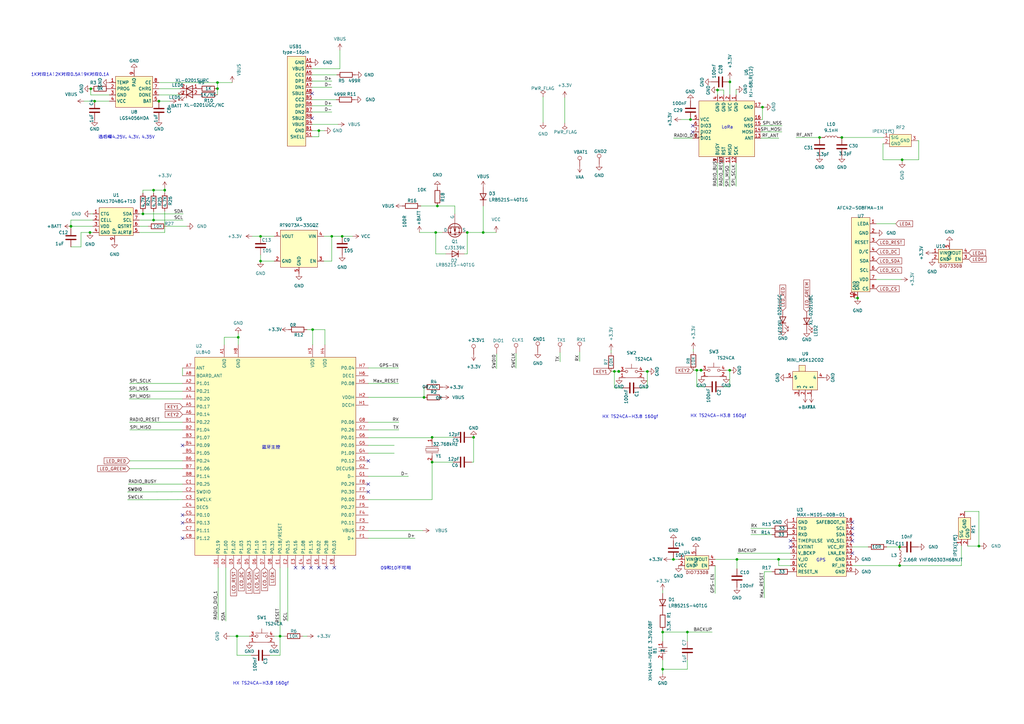
<source format=kicad_sch>
(kicad_sch (version 20231120) (generator "eeschema") (generator_version "8.0")
  (paper "A3")
  (lib_symbols
    (symbol "Connector:TestPoint" (pin_numbers hide) (pin_names (offset 0.762) hide)
      (property "Reference" "TP" (at 0 6.858 0))
      (property "Value" "TestPoint" (at 0 5.08 0))
      (symbol "TestPoint_1_1"
        (pin passive line (at 0 0 90) (length 2.54) (name "1") (number "1"))
      )
    )
    (symbol "Device:C" (pin_numbers hide) (pin_names (offset 0.254))
      (property "Reference" "C" (at 0.635 2.54 0))
      (property "Value" "C" (at 0.635 -2.54 0))
      (symbol "C_1_1"
        (pin passive line (at 0 3.81 270) (length 2.794) (name "~") (number "1"))
        (pin passive line (at 0 -3.81 90) (length 2.794) (name "~") (number "2"))
      )
    )
    (symbol "Device:D" (pin_numbers hide) (pin_names (offset 1.016) hide)
      (property "Reference" "D" (at 0 2.54 0))
      (property "Value" "D" (at 0 -2.54 0))
      (symbol "D_1_1"
        (pin passive line (at -3.81 0 0) (length 2.54) (name "K") (number "1"))
        (pin passive line (at 3.81 0 180) (length 2.54) (name "A") (number "2"))
      )
    )
    (symbol "Device:L" (pin_numbers hide) (pin_names (offset 1.016) hide)
      (property "Reference" "L" (at -1.27 0 90))
      (property "Value" "L" (at 1.905 0 90))
      (symbol "L_1_1"
        (pin passive line (at 0 3.81 270) (length 1.27) (name "1") (number "1"))
        (pin passive line (at 0 -3.81 90) (length 1.27) (name "2") (number "2"))
      )
    )
    (symbol "Device:R" (pin_numbers hide) (pin_names (offset 0))
      (property "Reference" "R" (at 2.032 0 90))
      (property "Value" "R" (at 0 0 90))
      (symbol "R_1_1"
        (pin passive line (at 0 3.81 270) (length 1.27) (name "~") (number "1"))
        (pin passive line (at 0 -3.81 90) (length 1.27) (name "~") (number "2"))
      )
    )
    (symbol "LED_1" (pin_numbers hide) (pin_names (offset 1.016) hide)
      (property "Reference" "LED4" (at -3.8354 1.1176 0))
      (property "Value" "XL-0201UGC" (at 4.2926 1.27 0))
      (symbol "LED_1_1_1"
        (pin passive line (at -3.81 0 0) (length 2.54) (name "K") (number "1"))
        (pin passive line (at 3.81 0 180) (length 2.54) (name "A") (number "2"))
      )
    )
    (symbol "LED_2" (pin_names (offset 1.016) hide)
      (property "Reference" "LED2" (at -3.9624 -3.683 0))
      (property "Value" "Green" (at 4.6736 -1.6764 0))
      (symbol "LED_2_1_1"
        (pin passive line (at 3.81 0 180) (length 2.54) (name "A") (number "1"))
        (pin passive line (at -3.81 0 0) (length 2.54) (name "K") (number "2"))
      )
    )
    (symbol "LED_3" (pin_numbers hide) (pin_names (offset 1.016) hide)
      (property "Reference" "LED2" (at -3.9624 -3.683 0))
      (property "Value" "XL-0201UBC" (at 4.6736 -1.6764 0))
      (symbol "LED_3_1_1"
        (pin passive line (at -3.81 0 0) (length 2.54) (name "K") (number "1"))
        (pin passive line (at 3.81 0 180) (length 2.54) (name "A") (number "2"))
      )
    )
    (symbol "LED_4" (pin_names (offset 1.016) hide)
      (property "Reference" "LED4" (at -3.8354 1.1176 0))
      (property "Value" "XL-0201UGC" (at 4.2926 1.27 0))
      (symbol "LED_4_1_1"
        (pin passive line (at -3.81 0 0) (length 2.54) (name "K") (number "1"))
        (pin passive line (at 3.81 0 180) (length 2.54) (name "A") (number "2"))
      )
    )
    (symbol "LHH:DIO7330B"
      (property "Reference" "U" (at 0 0 0))
      (symbol "DIO7330B_1_1"
        (text "DIO7330B" (at 5.08 -8.382 0) (effects (font (size 1.27 1.27))))
        (pin input line (at -2.54 -3.048 0) (length 2.54) (name "VIN") (number "1"))
        (pin bidirectional line (at -2.54 -5.588 0) (length 2.54) (name "GND") (number "2"))
        (pin bidirectional line (at 12.446 -5.588 180) (length 2.54) (name "EN") (number "3"))
        (pin bidirectional line (at 12.446 -3.048 180) (length 2.54) (name "VOUT") (number "4"))
        (pin bidirectional line (at 4.572 1.016 270) (length 2.54) (name "GND") (number "5"))
      )
    )
    (symbol "LHH:IPEX"
      (property "Reference" "RF" (at 0 0 0))
      (symbol "IPEX_1_1"
        (pin bidirectional line (at 0 -2.54 0) (length 2.54) (name "SIG") (number "1"))
        (pin bidirectional line (at 0 -5.08 0) (length 2.54) (name "GND") (number "2"))
        (pin bidirectional line (at 13.97 -3.81 180) (length 2.54) (name "GND") (number "3"))
      )
    )
    (symbol "LHH:MAX17048G+T10"
      (property "Reference" "U" (at 0 0 0))
      (symbol "MAX17048G+T10_1_1"
        (pin bidirectional line (at -2.54 -3.81 0) (length 2.54) (name "CTG") (number "1"))
        (pin bidirectional line (at -2.54 -6.35 0) (length 2.54) (name "CELL") (number "2"))
        (pin bidirectional line (at -2.54 -8.89 0) (length 2.54) (name "VDD") (number "3"))
        (pin bidirectional line (at -2.54 -11.43 0) (length 2.54) (name "GND") (number "4"))
        (pin bidirectional line (at 16.51 -11.43 180) (length 2.54) (name "ALRT#") (number "5"))
        (pin bidirectional line (at 16.51 -8.89 180) (length 2.54) (name "QSTRT") (number "6"))
        (pin bidirectional line (at 16.51 -6.35 180) (length 2.54) (name "SCL") (number "7"))
        (pin bidirectional line (at 16.51 -3.81 180) (length 2.54) (name "SDA") (number "8"))
        (pin bidirectional line (at 6.35 -15.24 90) (length 2.54) (name "EP") (number "9"))
      )
    )
    (symbol "LHH:TYPE-C_16PIN"
      (property "Reference" "USB1" (at 3.3528 2.7178 0))
      (property "Value" "type-16pin" (at 3.556 0.4572 0))
      (symbol "TYPE-C_16PIN_1_1"
        (pin bidirectional line (at 10.16 -3.81 180) (length 2.54) (name "GND") (number "A1"))
        (pin bidirectional line (at 10.16 -31.75 180) (length 2.54) hide (name "GND") (number "A12"))
        (pin bidirectional line (at 10.16 -6.35 180) (length 2.54) (name "VBUS") (number "A4"))
        (pin bidirectional line (at 10.16 -8.89 180) (length 2.54) (name "CC1") (number "A5"))
        (pin bidirectional line (at 10.16 -11.43 180) (length 2.54) (name "DP1") (number "A6"))
        (pin bidirectional line (at 10.16 -13.97 180) (length 2.54) (name "DN1") (number "A7"))
        (pin bidirectional line (at 10.16 -16.51 180) (length 2.54) (name "SBU1") (number "A8"))
        (pin bidirectional line (at 10.16 -29.21 180) (length 2.54) hide (name "VBUS") (number "A9"))
        (pin bidirectional line (at 10.16 -31.75 180) (length 2.54) (name "GND") (number "B1"))
        (pin bidirectional line (at 10.16 -3.81 180) (length 2.54) hide (name "GND") (number "B12"))
        (pin bidirectional line (at 10.16 -29.21 180) (length 2.54) (name "VBUS") (number "B4"))
        (pin bidirectional line (at 10.16 -19.05 180) (length 2.54) (name "CC2") (number "B5"))
        (pin bidirectional line (at 10.16 -21.59 180) (length 2.54) (name "DP2") (number "B6"))
        (pin bidirectional line (at 10.16 -24.13 180) (length 2.54) (name "DN2") (number "B7"))
        (pin bidirectional line (at 10.16 -26.67 180) (length 2.54) (name "SBU2") (number "B8"))
        (pin bidirectional line (at 10.16 -6.35 180) (length 2.54) hide (name "VBUS") (number "B9"))
        (pin bidirectional line (at 10.16 -34.29 180) (length 2.54) (name "SHELL") (number "S1"))
      )
    )
    (symbol "LoRaWAN_Library:HJ-68LR(12)"
      (property "Reference" "U" (at -22.86 15.24 0))
      (property "Value" "HJ-68LR(12)" (at -17.78 12.7 0))
      (symbol "HJ-68LR(12)_1_1"
        (pin power_in line (at -12.7 5.08 0) (length 2.54) (name "GND") (number "1"))
        (pin input line (at 15.24 0 180) (length 2.54) (name "RST") (number "10"))
        (pin input line (at 15.24 2.54 180) (length 2.54) (name "MISO") (number "11"))
        (pin input line (at 15.24 5.08 180) (length 2.54) (name "SCK") (number "12"))
        (pin input line (at 5.08 15.24 270) (length 2.54) (name "ANT") (number "13"))
        (pin input line (at 2.54 15.24 270) (length 2.54) (name "MOSI") (number "14"))
        (pin input line (at 0 15.24 270) (length 2.54) (name "NSS") (number "15"))
        (pin power_in line (at -2.54 15.24 270) (length 2.54) (name "GND") (number "16"))
        (pin power_in line (at -7.62 15.24 270) (length 2.54) (name "GND") (number "17"))
        (pin power_in line (at -12.7 2.54 0) (length 2.54) (name "VCC") (number "2"))
        (pin power_in line (at -12.7 0 0) (length 2.54) (name "GND") (number "3"))
        (pin power_in line (at -12.7 -2.54 0) (length 2.54) (name "GND") (number "4"))
        (pin power_in line (at -2.54 -12.7 90) (length 2.54) (name "VCC") (number "5"))
        (pin input line (at 0 -12.7 90) (length 2.54) (name "DIO3") (number "6"))
        (pin input line (at 2.54 -12.7 90) (length 2.54) (name "DIO2") (number "7"))
        (pin input line (at 5.08 -12.7 90) (length 2.54) (name "DIO1") (number "8"))
        (pin input line (at 15.24 -2.54 180) (length 2.54) (name "BUSY") (number "9"))
      )
    )
    (symbol "SW_Push_1" (pin_names (offset 1.016) hide)
      (property "Reference" "SW2" (at 0 7.62 0))
      (property "Value" "KH-6X6X6H-STM" (at 4.953 5.0546 0))
      (symbol "SW_Push_1_1_1"
        (pin passive line (at -5.08 -2.54 0) (length 2.54) (name "1") (number "1"))
        (pin passive line (at 5.08 -2.54 180) (length 2.54) (name "2") (number "2"))
        (pin passive line (at -5.08 0 0) (length 2.54) (name "3") (number "3"))
        (pin passive line (at 5.08 0 180) (length 2.54) (name "4") (number "4"))
      )
    )
    (symbol "USER_Library:AO3401" (pin_numbers hide) (pin_names (offset 0))
      (property "Reference" "Q" (at 5.08 1.27 0))
      (property "Value" "AO3401" (at 5.08 -1.27 0))
      (symbol "AO3401_1_1"
        (pin input line (at -5.08 0 0) (length 2.54) (name "G") (number "1"))
        (pin passive line (at 2.54 -5.08 90) (length 2.54) (name "S") (number "2"))
        (pin passive line (at 2.54 5.08 270) (length 2.54) (name "D") (number "3"))
      )
    )
    (symbol "lora底板_Library:CR1220-2"
      (property "Reference" "B" (at 0 0 0))
      (symbol "CR1220-2_1_1"
        (pin passive line (at -2.54 -3.175 0) (length 2.54) (name "1") (number "1"))
        (pin passive line (at 5.08 -3.175 180) (length 2.54) (name "2") (number "2"))
      )
    )
    (symbol "lora底板_Library:MAX_M10S"
      (property "Reference" "U4" (at 11.7475 3.175 0))
      (property "Value" "~" (at 0 0 0))
      (symbol "MAX_M10S_0_0"
        (pin passive line (at 0 0 0) (length 2.54) (name "GND") (number "1"))
        (pin passive line (at 25.4 -20.32 180) (length 2.54) (name "GND") (number "10"))
        (pin passive line (at 25.4 -17.78 180) (length 2.54) (name "RF_IN") (number "11"))
        (pin passive line (at 25.4 -15.24 180) (length 2.54) (name "GND") (number "12"))
        (pin passive line (at 25.4 -12.7 180) (length 2.54) (name "LNA_EN") (number "13"))
        (pin passive line (at 25.4 -10.16 180) (length 2.54) (name "VCC_RF") (number "14"))
        (pin passive line (at 25.4 -7.62 180) (length 2.54) (name "VIO_SEL") (number "15"))
        (pin passive line (at 25.4 -5.08 180) (length 2.54) (name "SDA") (number "16"))
        (pin passive line (at 25.4 -2.54 180) (length 2.54) (name "SCL") (number "17"))
        (pin passive line (at 25.4 0 180) (length 2.54) (name "SAFEBOOT_N") (number "18"))
        (pin passive line (at 0 -2.54 0) (length 2.54) (name "TXD") (number "2"))
        (pin passive line (at 0 -5.08 0) (length 2.54) (name "RXD") (number "3"))
        (pin passive line (at 0 -7.62 0) (length 2.54) (name "TIMEPULSE") (number "4"))
        (pin passive line (at 0 -10.16 0) (length 2.54) (name "EXTINT") (number "5"))
        (pin passive line (at 0 -12.7 0) (length 2.54) (name "V_BCKP") (number "6"))
        (pin passive line (at 0 -15.24 0) (length 2.54) (name "V_IO") (number "7"))
        (pin passive line (at 0 -17.78 0) (length 2.54) (name "VCC") (number "8"))
        (pin passive line (at 0 -20.32 0) (length 2.54) (name "RESET_N") (number "9"))
      )
    )
    (symbol "memake:32.768kHz"
      (property "Reference" "Y" (at 0 0 0))
      (symbol "32.768kHz_1_1"
        (pin bidirectional line (at 0 -5.08 0) (length 2.54) (name "") (number "1"))
        (pin bidirectional line (at 10.16 -5.08 180) (length 2.54) (name "") (number "2"))
      )
    )
    (symbol "memake:UL-840"
      (property "Reference" "U?" (at -30.48 30.48 0))
      (symbol "UL-840_1_1"
        (pin free line (at -20.955 32.385 270) (length 5.08) (name "GND") (number "A1"))
        (pin free line (at -38.1 16.51 0) (length 5.08) (name "P1.01") (number "A2"))
        (pin free line (at -38.1 13.335 0) (length 5.08) (name "P0.21") (number "A3"))
        (pin free line (at -38.1 10.16 0) (length 5.08) (name "P0.20") (number "A4"))
        (pin free line (at -38.1 6.985 0) (length 5.08) (name "P0.17") (number "A5"))
        (pin free line (at -38.1 3.81 0) (length 5.08) (name "P0.14") (number "A6"))
        (pin free line (at -38.1 22.86 0) (length 5.08) (name "ANT") (number "A7"))
        (pin free line (at -38.1 19.685 0) (length 5.08) (name "BOARD_ANT") (number "A8"))
        (pin free line (at -38.1 0.635 0) (length 5.08) (name "P0.22") (number "B1"))
        (pin free line (at -38.1 -2.54 0) (length 5.08) (name "P1.04") (number "B2"))
        (pin free line (at -38.1 -5.715 0) (length 5.08) (name "P1.07") (number "B3"))
        (pin free line (at -38.1 -8.89 0) (length 5.08) (name "P0.09") (number "B4"))
        (pin free line (at -38.1 -12.065 0) (length 5.08) (name "P1.05") (number "B5"))
        (pin free line (at -38.1 -15.24 0) (length 5.08) (name "P0.24") (number "B6"))
        (pin free line (at -38.1 -18.415 0) (length 5.08) (name "P1.06") (number "B7"))
        (pin free line (at -38.1 -21.59 0) (length 5.08) (name "P1.14") (number "B8"))
        (pin free line (at -38.1 -24.765 0) (length 5.08) (name "P0.25") (number "C1"))
        (pin free line (at -38.1 -27.94 0) (length 5.08) (name "SWDIO") (number "C2"))
        (pin free line (at -38.1 -31.115 0) (length 5.08) (name "SWCLK") (number "C3"))
        (pin free line (at -38.1 -34.29 0) (length 5.08) (name "DEC5") (number "C4"))
        (pin free line (at -38.1 -37.465 0) (length 5.08) (name "P0.10") (number "C5"))
        (pin free line (at -38.1 -40.64 0) (length 5.08) (name "P0.13") (number "C6"))
        (pin free line (at -38.1 -43.815 0) (length 5.08) (name "P1.11") (number "C7"))
        (pin free line (at -38.1 -46.99 0) (length 5.08) (name "P1.12") (number "C8"))
        (pin free line (at -23.495 -59.055 90) (length 5.08) (name "P0.19") (number "D1"))
        (pin free line (at -20.32 -59.055 90) (length 5.08) (name "P1.00") (number "D2"))
        (pin free line (at -17.145 -59.055 90) (length 5.08) (name "P1.02") (number "D3"))
        (pin free line (at -13.97 -59.055 90) (length 5.08) (name "P1.03") (number "D4"))
        (pin free line (at -10.795 -59.055 90) (length 5.08) (name "P0.23") (number "D5"))
        (pin free line (at -7.62 -59.055 90) (length 5.08) (name "P1.10") (number "D6"))
        (pin free line (at -4.445 -59.055 90) (length 5.08) (name "P1.13") (number "D7"))
        (pin free line (at -1.27 -59.055 90) (length 5.08) (name "P0.31") (number "D8"))
        (pin free line (at 1.905 -59.055 90) (length 5.08) (name "P0.18/RESET") (number "E1"))
        (pin free line (at 5.08 -59.055 90) (length 5.08) (name "P0.15") (number "E2"))
        (pin free line (at 8.255 -59.055 90) (length 5.08) (name "P0.16") (number "E3"))
        (pin free line (at 11.43 -59.055 90) (length 5.08) (name "P1.08") (number "E4"))
        (pin free line (at 14.605 -59.055 90) (length 5.08) (name "P1.15") (number "E5"))
        (pin free line (at 17.78 -59.055 90) (length 5.08) (name "P0.02") (number "E6"))
        (pin free line (at 20.955 -59.055 90) (length 5.08) (name "P0.28") (number "E7"))
        (pin free line (at 24.13 -59.055 90) (length 5.08) (name "P0.03") (number "E8"))
        (pin free line (at 38.1 -46.99 180) (length 5.08) (name "D+") (number "F1"))
        (pin free line (at 38.1 -43.815 180) (length 5.08) (name "VBUS") (number "F2"))
        (pin free line (at 38.1 -40.64 180) (length 5.08) (name "P0.11") (number "F3"))
        (pin free line (at 38.1 -37.465 180) (length 5.08) (name "P0.07") (number "F4"))
        (pin free line (at 38.1 -34.29 180) (length 5.08) (name "P0.27") (number "F5"))
        (pin free line (at 38.1 -31.115 180) (length 5.08) (name "P0.00") (number "F6"))
        (pin free line (at 38.1 -27.94 180) (length 5.08) (name "P0.30") (number "F7"))
        (pin free line (at 38.1 -24.765 180) (length 5.08) (name "P0.29") (number "F8"))
        (pin free line (at 38.1 -21.59 180) (length 5.08) (name "D-") (number "G1"))
        (pin free line (at 38.1 -18.415 180) (length 5.08) (name "DECUSB") (number "G2"))
        (pin free line (at 38.1 -15.24 180) (length 5.08) (name "P0.12") (number "G3"))
        (pin free line (at 38.1 -12.065 180) (length 5.08) (name "P1.09") (number "G4"))
        (pin free line (at 38.1 -8.89 180) (length 5.08) (name "P0.05") (number "G5"))
        (pin free line (at 38.1 -5.715 180) (length 5.08) (name "P0.01") (number "G6"))
        (pin free line (at 38.1 -2.54 180) (length 5.08) (name "P0.26") (number "G7"))
        (pin free line (at 38.1 0.635 180) (length 5.08) (name "P0.06") (number "G8"))
        (pin free line (at 38.1 7.62 180) (length 5.08) (name "DCCH") (number "H1"))
        (pin free line (at 38.1 10.795 180) (length 5.08) (name "VDDH") (number "H2"))
        (pin free line (at 15.24 32.385 270) (length 5.08) (name "VDD") (number "H3"))
        (pin free line (at 20.32 32.385 270) (length 5.08) (name "VDD") (number "H4"))
        (pin free line (at 38.1 16.51 180) (length 5.08) (name "P0.08") (number "H5"))
        (pin free line (at 38.1 19.685 180) (length 5.08) (name "DEC1") (number "H6"))
        (pin free line (at 38.1 22.86 180) (length 5.08) (name "P0.04") (number "H7"))
        (pin free line (at -15.24 32.385 270) (length 5.08) (name "GND") (number "H8"))
      )
    )
    (symbol "power:+3.3V" (power) (pin_names (offset 0))
      (property "Value" "+3.3V" (at 0 3.556 0))
      (symbol "+3.3V_1_1"
        (pin power_in line (at 0 0 90) (length 0) hide (name "+3.3V") (number "1"))
      )
    )
    (symbol "power:+BATT" (power) (pin_names (offset 0))
      (property "Value" "+BATT" (at 0 3.556 0))
      (symbol "+BATT_1_1"
        (pin power_in line (at 0 0 90) (length 0) hide (name "+BATT") (number "1"))
      )
    )
    (symbol "power:GND" (power) (pin_names (offset 0))
      (property "Value" "GND" (at 0 -3.81 0))
      (symbol "GND_1_1"
        (pin power_in line (at 0 0 270) (length 0) hide (name "GND") (number "1"))
      )
    )
    (symbol "power:PWR_FLAG" (power) (pin_numbers hide) (pin_names (offset 0) hide)
      (property "Value" "PWR_FLAG" (at 0 3.81 0))
      (symbol "PWR_FLAG_0_0"
        (pin power_out line (at 0 0 90) (length 0) (name "pwr") (number "1"))
      )
    )
    (symbol "power:VAA" (power) (pin_numbers hide) (pin_names (offset 0) hide)
      (property "Value" "VAA" (at 0 3.556 0))
      (symbol "VAA_1_1"
        (pin power_in line (at 0 0 90) (length 0) (name "~") (number "1"))
      )
    )
    (symbol "power:VBUS" (power) (pin_names (offset 0))
      (property "Value" "VBUS" (at 0 3.81 0))
      (symbol "VBUS_1_1"
        (pin power_in line (at 0 0 90) (length 0) hide (name "VBUS") (number "1"))
      )
    )
    (symbol "power:VCC" (power) (pin_names (offset 0))
      (property "Value" "VCC" (at 0 3.81 0))
      (symbol "VCC_1_1"
        (pin power_in line (at 0 0 90) (length 0) hide (name "VCC") (number "1"))
      )
    )
    (symbol "座子接口:AFC42-S08FMA-1H"
      (property "Reference" "U" (at -8.382 11.43 0))
      (property "Value" "AFC42-S08FMA-1H" (at 0.762 15.24 0))
      (symbol "AFC42-S08FMA-1H_1_1"
        (pin bidirectional line (at 5.08 11.43 180) (length 2.54) (name "LEDA") (number "1"))
        (pin bidirectional line (at -3.81 -19.05 90) (length 2.54) (name "GND") (number "10"))
        (pin bidirectional line (at 5.08 7.62 180) (length 2.54) (name "GND") (number "2"))
        (pin bidirectional line (at 5.08 3.81 180) (length 2.54) (name "RESET") (number "3"))
        (pin bidirectional line (at 5.08 0 180) (length 2.54) (name "D/C") (number "4"))
        (pin bidirectional line (at 5.08 -3.81 180) (length 2.54) (name "SDA") (number "5"))
        (pin bidirectional line (at 5.08 -7.62 180) (length 2.54) (name "SCL") (number "6"))
        (pin bidirectional line (at 5.08 -11.43 180) (length 2.54) (name "VDD") (number "7"))
        (pin bidirectional line (at 5.08 -15.24 180) (length 2.54) (name "CS") (number "8"))
        (pin bidirectional line (at -2.54 -19.05 90) (length 2.54) (name "GND") (number "9"))
      )
    )
    (symbol "开关:MINI_MSK12CO2"
      (property "Reference" "U" (at -7.366 6.604 0))
      (property "Value" "MINI_MSK12CO2" (at 0 0 0))
      (symbol "MINI_MSK12CO2_1_1"
        (pin input line (at -2.54 7.62 270) (length 2.54) (name "1") (number "1"))
        (pin input line (at 0 7.62 270) (length 2.54) (name "2") (number "2"))
        (pin input line (at 2.54 7.62 270) (length 2.54) (name "3") (number "3"))
        (pin input line (at -7.62 0 0) (length 2.54) (name "4") (number "4"))
        (pin input line (at 7.62 0 180) (length 2.54) (name "5") (number "5"))
      )
    )
    (symbol "智能手环_Library:RT9073A-33GQZ"
      (property "Reference" "U" (at -7.62 10.16 0))
      (property "Value" "RT9073A-33GQZ" (at 0 0 0))
      (symbol "RT9073A-33GQZ_1_1"
        (pin input line (at -10.16 5.08 0) (length 2.54) (name "VOUT") (number "1"))
        (pin input line (at -10.16 -5.08 0) (length 2.54) (name "GND") (number "2"))
        (pin input line (at 10.16 -5.08 180) (length 2.54) (name "EN") (number "3"))
        (pin input line (at 10.16 5.08 180) (length 2.54) (name "VIN") (number "4"))
        (pin input line (at 0 -10.16 90) (length 2.54) (name "GND") (number "5"))
      )
    )
    (symbol "电池管理芯片:LGS4056HDA"
      (property "Reference" "U" (at -7.62 7.62 0))
      (property "Value" "LGS4056HDA" (at -2.54 0 0))
      (symbol "LGS4056HDA_1_1"
        (pin input line (at -10.16 2.54 0) (length 2.54) (name "TEMP") (number "1"))
        (pin input line (at -10.16 0 0) (length 2.54) (name "PROG") (number "2"))
        (pin input line (at -10.16 -2.54 0) (length 2.54) (name "GND") (number "3"))
        (pin input line (at -10.16 -5.08 0) (length 2.54) (name "VCC") (number "4"))
        (pin input line (at 10.16 -5.08 180) (length 2.54) (name "BAT") (number "5"))
        (pin input line (at 10.16 -2.54 180) (length 2.54) (name "DONE") (number "6"))
        (pin input line (at 10.16 0 180) (length 2.54) (name "CHRG") (number "7"))
        (pin input line (at 10.16 2.54 180) (length 2.54) (name "CE") (number "8"))
        (pin input line (at 0 7.62 270) (length 2.54) (name "PAD") (number "9"))
      )
    )
  )
  (junction (at 29.083 92.8116))
  (junction (at 294.2844 36.9243))
  (junction (at 89.2048 36.3474))
  (junction (at 299.3644 33.588))
  (junction (at 128.2116 135.1788))
  (junction (at 67.564 77.978))
  (junction (at 58.6232 87.7316))
  (junction (at 285.7754 151.8412))
  (junction (at 37.2364 36.3982))
  (junction (at 38.8 41.4782))
  (junction (at 345.2876 56.388))
  (junction (at 178.7051 95.3516))
  (junction (at 65.1764 41.4782))
  (junction (at 130.7846 53.5686))
  (junction (at 97.2058 260.9088))
  (junction (at 62.992 77.978))
  (junction (at 312.7272 43.942))
  (junction (at 287.5385 151.8412))
  (junction (at 276.2087 229.4382))
  (junction (at 351.7392 122.2502))
  (junction (at 62.992 90.2716))
  (junction (at 253.7968 152.3492))
  (junction (at 283.2085 49.022))
  (junction (at 136.0816 96.9264))
  (junction (at 114.8588 260.9088))
  (junction (at 36.9062 95.3516))
  (junction (at 281.94 259.2324))
  (junction (at 89.2048 33.8582))
  (junction (at 401.4978 223.9772))
  (junction (at 198.1675 95.3516))
  (junction (at 252.0083 152.3238))
  (junction (at 271.78 274.4724))
  (junction (at 29.1084 92.8116))
  (junction (at 271.78 259.2324))
  (junction (at 368.9604 231.9528))
  (junction (at 140.3374 96.9264))
  (junction (at 97.7138 138.3538))
  (junction (at 177.2158 189.5348))
  (junction (at 253.7714 152.3238))
  (junction (at 265.5146 152.3492))
  (junction (at 319.343 229.4128))
  (junction (at 106.8563 96.9264))
  (junction (at 191.643 95.3516))
  (junction (at 173.9138 162.9918))
  (junction (at 179.3974 84.4804))
  (junction (at 370.0018 65.5066))
  (junction (at 302.26 229.4382))
  (junction (at 287.5639 151.8666))
  (junction (at 336.1436 56.388))
  (junction (at 177.2158 179.3748))
  (junction (at 299.2817 151.8666))
  (junction (at 368.9604 224.3328))
  (junction (at 194.2338 179.3748))
  (junction (at 106.8563 107.0864))
  (no_connect (at 151.0538 201.7268))
  (no_connect (at 349.6056 219.2528))
  (no_connect (at 324.2056 221.7928))
  (no_connect (at 127.9906 48.4886))
  (no_connect (at 124.3838 232.8418))
  (no_connect (at 74.8538 182.6768))
  (no_connect (at 349.6056 214.1728))
  (no_connect (at 349.6056 226.8728))
  (no_connect (at 130.7338 232.8164))
  (no_connect (at 151.0538 198.5518))
  (no_connect (at 127.5588 232.8418))
  (no_connect (at 284.1244 51.562))
  (no_connect (at 74.8538 211.2518))
  (no_connect (at 349.6056 216.7128))
  (no_connect (at 324.2056 224.3328))
  (no_connect (at 284.1244 54.102))
  (no_connect (at 151.0792 189.0268))
  (no_connect (at 127.9906 38.3286))
  (no_connect (at 349.6056 221.7928))
  (no_connect (at 133.9088 232.8418))
  (no_connect (at 74.8538 214.4268))
  (no_connect (at 137.0838 232.8418))
  (no_connect (at 121.2088 232.8418))
  (no_connect (at 74.8538 220.7768))
  (wire (pts (xy 362.1532 58.928) (xy 362.3056 58.928)))
  (wire (pts (xy 313.4868 234.4928) (xy 313.4868 245.2624)))
  (wire (pts (xy 274.8534 229.4382) (xy 276.2087 229.4382)))
  (wire (pts (xy 271.78 242.0874) (xy 271.78 243.3574)))
  (wire (pts (xy 57.15 87.7316) (xy 58.6232 87.7316)))
  (wire (pts (xy 114.8588 232.8418) (xy 114.8588 260.9088)))
  (wire (pts (xy 285.7754 151.8412) (xy 287.5385 151.8412)))
  (wire (pts (xy 253.7968 152.3238) (xy 253.7968 152.3492)))
  (wire (pts (xy 60.7568 92.8116) (xy 57.15 92.8116)))
  (wire (pts (xy 73.9648 36.3474) (xy 73.787 36.3474)))
  (wire (pts (xy 57.15 95.3516) (xy 67.564 95.3516)))
  (wire (pts (xy 52.3748 201.7776) (xy 74.8538 201.7268)))
  (wire (pts (xy 299.2817 158.623) (xy 296.6825 158.623)))
  (wire (pts (xy 336.1436 56.388) (xy 337.0326 56.388)))
  (wire (pts (xy 394.335 231.9147) (xy 394.335 223.7486)))
  (wire (pts (xy 151.0538 204.9018) (xy 177.2158 204.9018)))
  (wire (pts (xy 91.9988 138.3538) (xy 97.7138 138.3538)))
  (wire (pts (xy 128.2116 135.1788) (xy 133.2738 135.1788)))
  (wire (pts (xy 203.6826 145.1356) (xy 203.6572 151.257)))
  (wire (pts (xy 67.564 77.978) (xy 67.564 79.0448)))
  (wire (pts (xy 33.2232 95.3516) (xy 36.9062 95.3516)))
  (wire (pts (xy 293.2938 231.9782) (xy 293.2938 243.3574)))
  (wire (pts (xy 52.959 163.6268) (xy 74.8538 163.6268)))
  (wire (pts (xy 140.3374 96.9264) (xy 136.0816 96.9264)))
  (wire (pts (xy 299.3644 32.3088) (xy 299.3644 33.588)))
  (wire (pts (xy 301.9044 76.4032) (xy 301.9044 66.802)))
  (wire (pts (xy 106.8563 107.0864) (xy 112.4712 107.0864)))
  (wire (pts (xy 369.6716 114.6302) (xy 359.3592 114.6302)))
  (wire (pts (xy 97.7138 138.3538) (xy 97.7138 141.4018)))
  (wire (pts (xy 37.2364 38.9382) (xy 37.2364 36.3982)))
  (wire (pts (xy 130.7846 53.5686) (xy 127.9906 53.5686)))
  (wire (pts (xy 293.2938 229.4382) (xy 302.26 229.4382)))
  (wire (pts (xy 237.7694 148.2344) (xy 237.744 144.3736)))
  (wire (pts (xy 271.78 259.2324) (xy 271.78 263.0424)))
  (wire (pts (xy 302.26 229.4382) (xy 302.26 233.2736)))
  (wire (pts (xy 299.5527 151.8666) (xy 299.2817 151.8666)))
  (wire (pts (xy 345.2876 56.388) (xy 362.3056 56.388)))
  (wire (pts (xy 307.9242 216.7128) (xy 316.5856 216.7128)))
  (wire (pts (xy 73.9648 38.8874) (xy 73.8124 38.8874)))
  (wire (pts (xy 320.7004 54.102) (xy 312.0644 54.102)))
  (wire (pts (xy 95.2246 33.8582) (xy 89.2048 33.8582)))
  (wire (pts (xy 53.1368 192.2018) (xy 74.8538 192.2018)))
  (wire (pts (xy 125.9332 135.1788) (xy 128.2116 135.1788)))
  (wire (pts (xy 125.9586 260.9088) (xy 124.2568 260.9088)))
  (wire (pts (xy 67.564 86.6648) (xy 67.564 95.3516)))
  (wire (pts (xy 163.6014 173.1518) (xy 151.0538 173.1518)))
  (wire (pts (xy 92.6592 254.7366) (xy 92.6338 232.8418)))
  (wire (pts (xy 179.3974 84.4804) (xy 186.563 84.4804)))
  (wire (pts (xy 299.2817 151.8666) (xy 297.8509 151.8666)))
  (wire (pts (xy 302.26 229.4382) (xy 302.26 229.4128)))
  (wire (pts (xy 271.78 258.5974) (xy 271.78 259.2324)))
  (wire (pts (xy 284.3889 144.2212) (xy 284.3889 143.1798)))
  (wire (pts (xy 265.7856 152.3492) (xy 265.5146 152.3492)))
  (wire (pts (xy 253.7714 152.3492) (xy 253.7968 152.3492)))
  (wire (pts (xy 74.8538 150.9268) (xy 74.8538 154.1018)))
  (wire (pts (xy 186.563 84.4804) (xy 186.563 87.7316)))
  (wire (pts (xy 276.2504 56.642) (xy 284.1244 56.642)))
  (wire (pts (xy 130.7338 232.8164) (xy 130.7338 232.8418)))
  (wire (pts (xy 302.5902 226.8474) (xy 302.641 226.8474)))
  (wire (pts (xy 136.0816 107.0864) (xy 136.0816 96.9264)))
  (wire (pts (xy 151.0538 195.3768) (xy 167.4622 195.3768)))
  (wire (pts (xy 345.2876 56.388) (xy 344.6526 56.388)))
  (wire (pts (xy 127.9906 33.2486) (xy 136.1186 33.2486)))
  (wire (pts (xy 114.8588 260.9088) (xy 116.6368 260.9088)))
  (wire (pts (xy 151.0538 162.9918) (xy 173.9138 162.9918)))
  (wire (pts (xy 319.343 229.4128) (xy 324.2056 229.4128)))
  (wire (pts (xy 271.78 270.6624) (xy 271.78 274.4724)))
  (wire (pts (xy 106.8563 104.5464) (xy 106.8563 107.0864)))
  (wire (pts (xy 299.3644 33.588) (xy 299.3644 38.862)))
  (wire (pts (xy 137.8966 40.8686) (xy 127.9906 40.8686)))
  (wire (pts (xy 53.0606 173.1772) (xy 74.8538 173.1518)))
  (wire (pts (xy 167.4622 195.3514) (xy 167.4622 195.3768)))
  (wire (pts (xy 281.94 274.4724) (xy 271.78 274.4724)))
  (wire (pts (xy 287.5639 151.8412) (xy 287.5639 151.8666)))
  (wire (pts (xy 194.2338 179.3748) (xy 193.4718 179.3748)))
  (wire (pts (xy 253.7714 152.3238) (xy 253.7968 152.3238)))
  (wire (pts (xy 163.4998 157.2768) (xy 151.0538 157.2768)))
  (wire (pts (xy 396.875 223.9772) (xy 396.875 223.7486)))
  (wire (pts (xy 94.1975 260.9088) (xy 97.2058 260.9088)))
  (wire (pts (xy 231.6226 40.0812) (xy 231.6226 50.4952)))
  (wire (pts (xy 151.0538 217.6018) (xy 173.4312 217.6018)))
  (wire (pts (xy 191.643 95.3516) (xy 198.1675 95.3516)))
  (wire (pts (xy 198.1675 84.4804) (xy 198.1675 95.3516)))
  (wire (pts (xy 29.1084 92.8116) (xy 38.1 92.8116)))
  (wire (pts (xy 402.1582 223.9772) (xy 401.4978 223.9772)))
  (wire (pts (xy 312.7272 49.022) (xy 312.7272 43.942)))
  (wire (pts (xy 296.8244 76.454) (xy 296.8244 66.802)))
  (wire (pts (xy 363.728 224.3328) (xy 368.9604 224.3328)))
  (wire (pts (xy 138.6586 51.0286) (xy 127.9906 51.0286)))
  (wire (pts (xy 52.3748 204.978) (xy 74.8538 204.9018)))
  (wire (pts (xy 139.4206 20.5486) (xy 139.4206 28.1686)))
  (wire (pts (xy 296.8244 36.9243) (xy 294.2844 36.9243)))
  (wire (pts (xy 281.94 263.0424) (xy 281.94 259.2324)))
  (wire (pts (xy 307.9496 219.2528) (xy 316.5856 219.2528)))
  (wire (pts (xy 34.417 41.4782) (xy 38.8 41.4782)))
  (wire (pts (xy 287.5385 151.8412) (xy 287.5385 151.8666)))
  (wire (pts (xy 253.7968 152.3492) (xy 253.9238 152.3492)))
  (wire (pts (xy 103.4542 96.9264) (xy 106.8563 96.9264)))
  (wire (pts (xy 91.9988 138.3538) (xy 91.9988 141.4018)))
  (wire (pts (xy 62.992 86.7664) (xy 62.992 90.2716)))
  (wire (pts (xy 89.4588 232.8418) (xy 89.4588 254.2794)))
  (wire (pts (xy 29.083 92.8116) (xy 29.083 93.6498)))
  (wire (pts (xy 161.6964 185.8518) (xy 151.0538 185.8518)))
  (wire (pts (xy 144.6276 96.9264) (xy 140.3374 96.9264)))
  (wire (pts (xy 185.8518 189.5348) (xy 177.2158 189.5348)))
  (wire (pts (xy 301.9044 36.6776) (xy 301.9044 38.862)))
  (wire (pts (xy 127.9906 56.1086) (xy 130.7846 56.1086)))
  (wire (pts (xy 255.2954 159.1056) (xy 252.0083 159.1056)))
  (wire (pts (xy 38.1 90.2716) (xy 29.083 90.2716)))
  (wire (pts (xy 130.7846 56.1086) (xy 130.7846 53.5686)))
  (wire (pts (xy 326.4916 56.388) (xy 336.1436 56.388)))
  (wire (pts (xy 62.992 90.2716) (xy 75.0824 90.2716)))
  (wire (pts (xy 320.7512 51.562) (xy 312.0644 51.562)))
  (wire (pts (xy 161.6964 182.6768) (xy 151.0538 182.6768)))
  (wire (pts (xy 302.26 229.4128) (xy 319.343 229.4128)))
  (wire (pts (xy 52.3748 201.803) (xy 52.3748 201.7776)))
  (wire (pts (xy 151.0538 179.5018) (xy 177.2158 179.5018)))
  (wire (pts (xy 97.7138 136.8298) (xy 97.7138 138.3538)))
  (wire (pts (xy 74.8538 189.0268) (xy 53.213 189.0268)))
  (wire (pts (xy 349.6056 224.3328) (xy 356.108 224.3328)))
  (wire (pts (xy 69.723 41.4782) (xy 65.1764 41.4782)))
  (wire (pts (xy 319.4304 56.642) (xy 312.0644 56.642)))
  (wire (pts (xy 44.8564 38.9382) (xy 37.2364 38.9382)))
  (wire (pts (xy 132.7912 107.0864) (xy 136.0816 107.0864)))
  (wire (pts (xy 281.94 270.6624) (xy 281.94 274.4724)))
  (wire (pts (xy 37.2618 87.7316) (xy 38.1 87.7316)))
  (wire (pts (xy 253.7714 152.3238) (xy 253.7714 152.3492)))
  (wire (pts (xy 128.2116 141.4018) (xy 128.1938 141.4018)))
  (wire (pts (xy 65.1764 33.8582) (xy 89.2048 33.8582)))
  (wire (pts (xy 194.2338 189.5348) (xy 193.4718 189.5348)))
  (wire (pts (xy 58.6232 79.1972) (xy 58.6232 77.978)))
  (wire (pts (xy 294.2844 76.5048) (xy 294.2844 66.802)))
  (wire (pts (xy 112.4458 260.9088) (xy 114.8588 260.9088)))
  (wire (pts (xy 190.4746 104.14) (xy 191.643 104.14)))
  (wire (pts (xy 222.7326 39.7002) (xy 222.7326 50.2412)))
  (wire (pts (xy 285.7754 158.623) (xy 285.7754 151.8412)))
  (wire (pts (xy 163.6014 176.3268) (xy 151.0538 176.3268)))
  (wire (pts (xy 128.2116 135.1788) (xy 128.2116 141.4018)))
  (wire (pts (xy 289.0625 158.623) (xy 285.7754 158.623)))
  (wire (pts (xy 198.1675 95.3516) (xy 203.4794 95.3516)))
  (wire (pts (xy 67.564 77.089) (xy 67.564 77.978)))
  (wire (pts (xy 133.2738 141.4018) (xy 133.2738 135.1788)))
  (wire (pts (xy 394.2799 231.9528) (xy 368.9604 231.9528)))
  (wire (pts (xy 376.2756 57.658) (xy 376.7836 57.658)))
  (wire (pts (xy 127.9906 43.4086) (xy 136.1186 43.4086)))
  (wire (pts (xy 191.643 104.14) (xy 191.643 95.3516)))
  (wire (pts (xy 349.6056 231.9528) (xy 368.9604 231.9528)))
  (wire (pts (xy 351.7392 122.2502) (xy 350.4692 122.2502)))
  (wire (pts (xy 38.8 41.4782) (xy 44.8564 41.4782)))
  (wire (pts (xy 172.0342 95.3516) (xy 178.7051 95.3516)))
  (wire (pts (xy 97.2058 260.9088) (xy 102.2858 260.9088)))
  (wire (pts (xy 151.0792 189.0268) (xy 151.0538 189.0268)))
  (wire (pts (xy 401.4978 223.9772) (xy 396.875 223.9772)))
  (wire (pts (xy 287.5385 151.8666) (xy 287.5639 151.8666)))
  (wire (pts (xy 271.78 274.4724) (xy 271.78 276.3774)))
  (wire (pts (xy 73.787 36.3474) (xy 73.787 36.3982)))
  (wire (pts (xy 53.2384 176.3268) (xy 74.8538 176.3268)))
  (wire (pts (xy 62.992 77.978) (xy 67.564 77.978)))
  (wire (pts (xy 97.2058 260.9088) (xy 97.2058 268.7828)))
  (wire (pts (xy 52.3748 204.9526) (xy 52.3748 204.978)))
  (wire (pts (xy 229.7176 148.4122) (xy 229.6922 144.5514)))
  (wire (pts (xy 281.94 259.2324) (xy 271.78 259.2324)))
  (wire (pts (xy 287.5639 151.8666) (xy 287.6909 151.8666)))
  (wire (pts (xy 319.343 231.9528) (xy 319.343 229.4128)))
  (wire (pts (xy 367.3856 91.7702) (xy 359.3592 91.7702)))
  (wire (pts (xy 284.3889 151.8412) (xy 285.7754 151.8412)))
  (wire (pts (xy 394.2799 231.9147) (xy 394.335 231.9147)))
  (wire (pts (xy 52.9336 160.4518) (xy 74.8538 160.4518)))
  (wire (pts (xy 294.2844 36.9243) (xy 294.2844 38.862)))
  (wire (pts (xy 33.2232 101.2698) (xy 33.2232 95.3516)))
  (wire (pts (xy 172.593 84.4804) (xy 179.3974 84.4804)))
  (wire (pts (xy 265.5146 152.3492) (xy 264.0838 152.3492)))
  (wire (pts (xy 313.4868 43.942) (xy 312.7272 43.942)))
  (wire (pts (xy 177.2158 179.3748) (xy 177.2158 179.5018)))
  (wire (pts (xy 29.083 90.2716) (xy 29.083 92.8116)))
  (wire (pts (xy 139.4206 28.1686) (xy 127.9906 28.1686)))
  (wire (pts (xy 362.1532 65.5066) (xy 362.1532 58.928)))
  (wire (pts (xy 312.0644 49.022) (xy 312.7272 49.022)))
  (wire (pts (xy 287.5385 151.8412) (xy 287.5639 151.8412)))
  (wire (pts (xy 250.6218 144.7038) (xy 250.6218 143.6624)))
  (wire (pts (xy 163.4998 150.9268) (xy 151.0538 150.9268)))
  (wire (pts (xy 57.15 90.2716) (xy 62.992 90.2716)))
  (wire (pts (xy 401.4978 209.804) (xy 401.4978 223.9772)))
  (wire (pts (xy 312.7272 43.942) (xy 312.0644 43.942)))
  (wire (pts (xy 178.7051 95.3516) (xy 181.483 95.3516)))
  (wire (pts (xy 265.5146 159.1056) (xy 262.9154 159.1056)))
  (wire (pts (xy 281.94 259.2324) (xy 292.1 259.2324)))
  (wire (pts (xy 62.992 77.978) (xy 62.992 79.1464)))
  (wire (pts (xy 29.083 92.8116) (xy 29.1084 92.8116)))
  (wire (pts (xy 299.3644 76.6572) (xy 299.3644 66.802)))
  (wire (pts (xy 151.0538 220.7768) (xy 170.2308 220.7768)))
  (wire (pts (xy 73.8124 38.8874) (xy 73.8124 38.9382)))
  (wire (pts (xy 296.8244 38.862) (xy 296.8244 36.9243)))
  (wire (pts (xy 73.8124 38.9382) (xy 65.1764 38.9382)))
  (wire (pts (xy 252.0083 159.1056) (xy 252.0083 152.3238)))
  (wire (pts (xy 106.8563 96.9264) (xy 112.4712 96.9264)))
  (wire (pts (xy 265.5146 152.3492) (xy 265.5146 159.1056)))
  (wire (pts (xy 89.2048 33.8582) (xy 89.2048 36.3474)))
  (wire (pts (xy 185.8518 179.3748) (xy 177.2158 179.3748)))
  (wire (pts (xy 250.6218 152.3238) (xy 252.0083 152.3238)))
  (wire (pts (xy 211.6582 144.907) (xy 211.6328 151.0284)))
  (wire (pts (xy 138.1506 30.7086) (xy 127.9906 30.7086)))
  (wire (pts (xy 53.086 157.2768) (xy 74.8538 157.2768)))
  (wire (pts (xy 362.1532 65.5066) (xy 370.0018 65.5066)))
  (wire (pts (xy 114.8588 268.7828) (xy 114.8588 260.9088)))
  (wire (pts (xy 133.0706 53.5686) (xy 130.7846 53.5686)))
  (wire (pts (xy 118.0592 254.7366) (xy 118.0338 232.8418)))
  (wire (pts (xy 68.3768 92.8116) (xy 76.6318 92.8116)))
  (wire (pts (xy 73.787 36.3982) (xy 65.1764 36.3982)))
  (wire (pts (xy 370.0018 66.2686) (xy 370.0018 65.5066)))
  (wire (pts (xy 103.0478 268.7828) (xy 97.2058 268.7828)))
  (wire (pts (xy 58.6232 77.978) (xy 62.992 77.978)))
  (wire (pts (xy 194.2338 179.3748) (xy 194.2338 189.5348)))
  (wire (pts (xy 127.9906 45.9486) (xy 136.1186 45.9486)))
  (wire (pts (xy 36.9062 95.3516) (xy 38.1 95.3516)))
  (wire (pts (xy 394.2799 231.9147) (xy 394.2799 231.9528)))
  (wire (pts (xy 294.2844 36.8808) (xy 294.2844 36.9243)))
  (wire (pts (xy 376.7836 65.5066) (xy 370.0018 65.5066)))
  (wire (pts (xy 401.4724 209.804) (xy 401.4724 209.7786)))
  (wire (pts (xy 127.9906 35.7886) (xy 136.1186 35.7886)))
  (wire (pts (xy 299.2817 151.8666) (xy 299.2817 158.623)))
  (wire (pts (xy 276.2087 229.4382) (xy 278.3078 229.4382)))
  (wire (pts (xy 58.6232 86.8172) (xy 58.6232 87.7316)))
  (wire (pts (xy 52.578 198.5518) (xy 74.8538 198.5518)))
  (wire (pts (xy 58.6232 87.7316) (xy 75.1078 87.7316)))
  (wire (pts (xy 401.4724 209.804) (xy 401.4978 209.804)))
  (wire (pts (xy 177.2158 189.5348) (xy 177.2158 204.9018)))
  (wire (pts (xy 29.083 101.2698) (xy 33.2232 101.2698)))
  (wire (pts (xy 279.2476 49.022) (xy 283.2085 49.022)))
  (wire (pts (xy 302.641 226.8728) (xy 324.2056 226.8728)))
  (wire (pts (xy 173.9138 158.7754) (xy 173.9138 162.9918)))
  (wire (pts (xy 178.7051 104.14) (xy 178.7051 95.3516)))
  (wire (pts (xy 89.2048 36.3474) (xy 89.2048 38.8874)))
  (wire (pts (xy 136.0816 96.9264) (xy 132.7912 96.9264)))
  (wire (pts (xy 283.2085 49.022) (xy 284.1244 49.022)))
  (wire (pts (xy 182.8546 104.14) (xy 178.7051 104.14)))
  (wire (pts (xy 302.641 226.8474) (xy 302.641 226.8728)))
  (wire (pts (xy 324.2056 231.9528) (xy 319.343 231.9528)))
  (wire (pts (xy 376.7836 57.658) (xy 376.7836 65.5066)))
  (wire (pts (xy 252.0083 152.3238) (xy 253.7714 152.3238)))
  (wire (pts (xy 110.6678 268.7828) (xy 114.8588 268.7828)))
  (wire (pts (xy 316.5856 234.4928) (xy 313.4868 234.4928)))
  (wire (pts (xy 401.4724 209.7786) (xy 395.605 209.7786)))
  (text "09和10不可用" (at 162.306 233.172 0) (effects (font (size 1.27 1.27))))
  (text "选后缀4.25V，4.3V，4.35V" (at 51.9176 56.3626 0) (effects (font (size 1.27 1.27))))
  (text "GPS" (at 334.7466 230.5812 0) (effects (font (size 1.27 1.27)) (justify left bottom)))
  (text "HX TS24CA-H3.8 160gf" (at 294.6146 170.6626 0) (effects (font (size 1.27 1.27))))
  (text "LoRa" (at 295.91 53.0352 0) (effects (font (size 1.27 1.27)) (justify left bottom)))
  (text "1K对应1A；2K对应0.5A；9K对应0.1A" (at 28.7274 30.7086 0) (effects (font (size 1.27 1.27))))
  (text "蓝牙主控" (at 107.3404 184.3786 0) (effects (font (size 1.27 1.27)) (justify left bottom)))
  (text "HX TS24CA-H3.8 160gf" (at 107.0356 280.3652 0) (effects (font (size 1.27 1.27))))
  (text "HX TS24CA-H3.8 160gf" (at 258.4704 171.0436 0) (effects (font (size 1.27 1.27))))
  (label "D-" (at 136.1186 45.9486 180))
  (label "SPI_NSS" (at 320.7512 51.562 180))
  (label "TX" (at 163.6014 176.3268 180))
  (label "SPI_MOSI" (at 320.7004 54.102 180))
  (label "RF_ANT" (at 319.4304 56.642 180))
  (label "GPS-EN" (at 163.4998 150.9268 180))
  (label "SPI_MISO" (at 299.3644 76.6572 90))
  (label "D+" (at 136.1186 33.2486 180))
  (label "Max_RESET" (at 313.4868 245.2624 90))
  (label "SWCLK" (at 52.3748 204.9526 0))
  (label "SPI_SCLK" (at 301.9044 76.4032 90))
  (label "SPI_MISO" (at 53.2384 176.3268 0))
  (label "RADIO_BUSY" (at 294.2844 76.5048 90))
  (label "RADIO_RESET" (at 53.0606 173.1772 0))
  (label "SPI_MOSI" (at 52.959 163.6268 0))
  (label "TX" (at 229.7176 148.4122 90))
  (label "RX" (at 163.6014 173.1518 180))
  (label "SWDI0" (at 52.3748 201.803 0))
  (label "RADIO_BUSY" (at 52.578 198.5518 0))
  (label "RX" (at 237.7694 148.2344 90))
  (label "SCL" (at 118.0592 254.7366 90))
  (label "D-" (at 167.4622 195.3514 180))
  (label "RF_ANT" (at 326.4916 56.388 0))
  (label "SWCLK" (at 211.6328 151.0284 90))
  (label "RESET" (at 114.8588 255.4478 90))
  (label "D+" (at 170.2308 220.7768 180))
  (label "GPS-EN" (at 293.2938 243.3574 90))
  (label "TX" (at 307.9496 219.2528 0))
  (label "SCL" (at 75.0824 90.2716 180))
  (label "RADIO_DIO_1" (at 276.2504 56.642 0))
  (label "D-" (at 136.1186 35.7886 180))
  (label "SPI_NSS" (at 52.9336 160.4518 0))
  (label "SDA" (at 75.1078 87.7316 180))
  (label "BACKUP" (at 302.5902 226.8474 0))
  (label "BACKUP" (at 292.1 259.2324 180))
  (label "D+" (at 136.1186 43.4086 180))
  (label "SDA" (at 92.6592 254.7366 90))
  (label "SPI_SCLK" (at 53.086 157.2768 0))
  (label "SWDI0" (at 203.6572 151.257 90))
  (label "SWDI0" (at 52.3748 201.803 0))
  (label "RX" (at 307.9242 216.7128 0))
  (label "Max_RESET" (at 163.4998 157.2768 180))
  (label "RADIO_RESET" (at 296.8244 76.454 90))
  (label "RADIO_DIO_1" (at 89.4588 254.2794 90))
  (global_label "KEY2" (shape input) (at 74.8538 169.9768 180) (property "Intersheetrefs" "${INTERSHEET_REFS}" (effects (hide yes))))
  (global_label "LCD_SDA" (shape input) (at 102.1588 232.8418 270) (property "Intersheetrefs" "${INTERSHEET_REFS}" (effects (hide yes))))
  (global_label "LCD_DC" (shape input) (at 98.9838 232.8418 270) (property "Intersheetrefs" "${INTERSHEET_REFS}" (effects (hide yes))))
  (global_label "LED_GREEM" (shape input) (at 53.1368 192.2018 180) (property "Intersheetrefs" "${INTERSHEET_REFS}" (effects (hide yes))))
  (global_label "LCD_DC" (shape input) (at 359.3592 103.2002 0) (property "Intersheetrefs" "${INTERSHEET_REFS}" (effects (hide yes))))
  (global_label "LCD_REST" (shape input) (at 95.8088 232.8418 270) (property "Intersheetrefs" "${INTERSHEET_REFS}" (effects (hide yes))))
  (global_label "LED_RED" (shape input) (at 53.213 189.0268 180) (property "Intersheetrefs" "${INTERSHEET_REFS}" (effects (hide yes))))
  (global_label "KEY1" (shape input) (at 74.8538 166.8018 180) (property "Intersheetrefs" "${INTERSHEET_REFS}" (effects (hide yes))))
  (global_label "LCD_SCL" (shape input) (at 105.3338 232.8418 270) (property "Intersheetrefs" "${INTERSHEET_REFS}" (effects (hide yes))))
  (global_label "LCD_REST" (shape input) (at 359.3592 99.3902 0) (property "Intersheetrefs" "${INTERSHEET_REFS}" (effects (hide yes))))
  (global_label "LEDK" (shape input) (at 111.6838 232.8418 270) (property "Intersheetrefs" "${INTERSHEET_REFS}" (effects (hide yes))))
  (global_label "LCD_CS" (shape input) (at 108.5088 232.8418 270) (property "Intersheetrefs" "${INTERSHEET_REFS}" (effects (hide yes))))
  (global_label "LED_GREEM" (shape input) (at 330.8858 127.9398 90) (property "Intersheetrefs" "${INTERSHEET_REFS}" (effects (hide yes))))
  (global_label "LCD_SDA" (shape input) (at 359.3592 107.0102 0) (property "Intersheetrefs" "${INTERSHEET_REFS}" (effects (hide yes))))
  (global_label "LEDK" (shape input) (at 397.3068 106.299 0) (property "Intersheetrefs" "${INTERSHEET_REFS}" (effects (hide yes))))
  (global_label "KEY2" (shape input) (at 284.3889 151.8412 180) (property "Intersheetrefs" "${INTERSHEET_REFS}" (effects (hide yes))))
  (global_label "LED_RED" (shape input) (at 321.056 127.4064 90) (property "Intersheetrefs" "${INTERSHEET_REFS}" (effects (hide yes))))
  (global_label "LCD_CS" (shape input) (at 359.3592 118.4402 0) (property "Intersheetrefs" "${INTERSHEET_REFS}" (effects (hide yes))))
  (global_label "LEDA" (shape input) (at 367.3856 91.7702 0) (property "Intersheetrefs" "${INTERSHEET_REFS}" (effects (hide yes))))
  (global_label "KEY1" (shape input) (at 250.6218 152.3238 180) (property "Intersheetrefs" "${INTERSHEET_REFS}" (effects (hide yes))))
  (global_label "LCD_SCL" (shape input) (at 359.3592 110.8202 0) (property "Intersheetrefs" "${INTERSHEET_REFS}" (effects (hide yes))))
  (global_label "LEDA" (shape input) (at 397.3068 103.759 0) (property "Intersheetrefs" "${INTERSHEET_REFS}" (effects (hide yes))))
  (symbol (lib_id "power:+3.3V") (at 67.564 77.089 0) (unit 1)
    (property "Reference" "#PWR044" (effects (hide yes)))
    (property "Value" "+3.3V" (at 67.564 72.009 0))
  )
  (symbol (lib_id "Device:D") (at 186.6646 104.14 180) (unit 1)
    (property "Reference" "D2" (at 186.2582 106.8832 0))
    (property "Value" "LRB521S-40T1G" (at 186.7154 108.6104 0))
    (property "Footprint" "Diode_SMD:D_SOD-523" (effects (hide yes)))
    (property "Sim.Device" "D" (effects (hide yes)))
    (property "Sim.Pins" "1=K 2=A" (effects (hide yes)))
  )
  (symbol (lib_id "Device:C") (at 345.2876 60.198 0) (unit 1)
    (property "Reference" "C30" (at 348.0816 59.817 0) (effects (justify left)))
    (property "Value" "3.3pF" (at 344.0176 62.992 0) (effects (justify left)))
    (property "Footprint" "UL_PCB_LIB:C0201" (effects (hide yes)))
  )
  (symbol (lib_id "Device:R") (at 62.992 82.9564 0) (unit 1)
    (property "Reference" "R25" (at 65.532 84.5566 90) (effects (justify left)))
    (property "Value" "4.7K" (at 63.119 85.0138 90) (effects (justify left)))
    (property "Footprint" "UL_PCB_LIB:R0201" (effects (hide yes)))
  )
  (symbol (lib_id "power:GND") (at 376.5804 224.3328 90) (unit 1)
    (property "Reference" "#PWR035" (effects (hide yes)))
    (property "Value" "GND" (at 380.746 224.3328 90) (effects (justify right)))
  )
  (symbol (lib_id "Device:C") (at 106.8563 100.7364 0) (unit 1)
    (property "Reference" "C13" (at 107.3389 98.4504 0) (effects (justify left)))
    (property "Value" "105" (at 107.5675 102.7938 0) (effects (justify left)))
    (property "Footprint" "UL_PCB_LIB:C0201" (effects (hide yes)))
  )
  (symbol (lib_id "power:GND") (at 245.745 67.2592 0) (unit 1)
    (property "Reference" "#PWR017" (effects (hide yes)))
    (property "Value" "GND" (at 245.745 71.9582 0))
  )
  (symbol (lib_id "lora底板_Library:CR1220-2") (at 274.955 265.5824 270) (unit 1)
    (property "Reference" "B1" (at 268.605 266.8524 0))
    (property "Value" "XH414H-IV01E 3.3V0.08F" (at 266.7 266.8524 0))
    (property "Footprint" "LHH:CAP-SMD_2P-L4.8-W4.8-TR" (effects (hide yes)))
  )
  (symbol (lib_id "power:GND") (at 285.4198 225.3742 180) (unit 1)
    (property "Reference" "#PWR068" (effects (hide yes)))
    (property "Value" "GND" (at 285.4706 221.0816 0))
  )
  (symbol (lib_id "power:+3.3V") (at 181.5338 158.7754 270) (unit 1)
    (property "Reference" "#PWR034" (effects (hide yes)))
    (property "Value" "+3.3V" (at 190.0936 158.8262 90) (effects (justify right)))
  )
  (symbol (lib_name "SW_Push_1") (lib_id "Switch:SW_Push") (at 107.3658 260.9088 0) (unit 1)
    (property "Reference" "SW1" (at 107.3658 253.2888 0))
    (property "Value" "TS24CA" (at 112.3188 255.8542 0))
    (property "Footprint" "按键:SW-SMD_TS24CA" (effects (hide yes)))
    (property "Description" "Push button switch, generic, two pins" (effects (hide yes)))
  )
  (symbol (lib_id "power:VBUS") (at 138.6586 51.0286 270) (mirror x) (unit 1)
    (property "Reference" "#PWR025" (effects (hide yes)))
    (property "Value" "VBUS" (at 142.7226 51.0286 90) (effects (justify left)))
  )
  (symbol (lib_id "memake:UL-840") (at 112.9538 173.7868 0) (unit 1)
    (property "Reference" "U2" (at 80.1878 141.9098 0) (effects (justify left)))
    (property "Value" "UL840" (at 80.1878 144.4498 0) (effects (justify left)))
    (property "Footprint" "LHH:UL-840" (effects (hide yes)))
  )
  (symbol (lib_id "power:+3.3V") (at 231.6226 40.0812 0) (unit 1)
    (property "Reference" "#PWR015" (effects (hide yes)))
    (property "Value" "+3.3V" (at 231.6226 35.0012 0))
  )
  (symbol (lib_id "座子接口:AFC42-S08FMA-1H") (at 354.2792 103.2002 0) (unit 1)
    (property "Reference" "U7" (at 353.0092 88.6206 0))
    (property "Value" "AFC42-S08FMA-1H" (at 352.8314 85.2678 0))
    (property "Footprint" "座子接口:FFC-SMD_8P-P0.50_AFC42-S08FMA-1H" (effects (hide yes)))
  )
  (symbol (lib_id "智能手环_Library:RT9073A-33GQZ") (at 122.6312 102.0064 0) (unit 1)
    (property "Reference" "U5" (at 122.6312 89.8652 0))
    (property "Value" "RT9073A-33GQZ" (at 122.6312 92.4052 0))
    (property "Footprint" "智能手环_Library:RT9073A-33GQZ" (effects (hide yes)))
  )
  (symbol (lib_id "Device:C") (at 372.7704 224.3328 90) (unit 1)
    (property "Reference" "C11" (at 371.0432 223.012 90) (effects (justify left)))
    (property "Value" "10nF" (at 374.396 220.1418 90) (effects (justify left)))
    (property "Footprint" "UL_PCB_LIB:C0201" (effects (hide yes)))
  )
  (symbol (lib_id "power:GND") (at 179.3974 76.8604 180) (unit 1)
    (property "Reference" "#PWR067" (effects (hide yes)))
    (property "Value" "GND" (at 179.3974 71.7296 0))
  )
  (symbol (lib_id "power:GND") (at 265.7856 152.3492 90) (unit 1)
    (property "Reference" "#PWR071" (effects (hide yes)))
    (property "Value" "GND" (at 269.494 152.3492 0))
  )
  (symbol (lib_id "Device:R") (at 179.3974 80.6704 0) (unit 1)
    (property "Reference" "R18" (at 181.5818 80.8736 90))
    (property "Value" "10K" (at 173.0502 77.8256 0))
    (property "Footprint" "UL_PCB_LIB:R0201" (effects (hide yes)))
  )
  (symbol (lib_id "power:GND") (at 313.4868 43.942 90) (unit 1)
    (property "Reference" "#PWR052" (effects (hide yes)))
    (property "Value" "GND" (at 317.2968 43.815 0))
  )
  (symbol (lib_id "power:GND") (at 133.0706 53.5686 90) (mirror x) (unit 1)
    (property "Reference" "#PWR027" (effects (hide yes)))
    (property "Value" "GND" (at 136.3726 53.5686 90) (effects (justify right)))
  )
  (symbol (lib_id "LHH:DIO7330B") (at 280.8478 226.3902 0) (unit 1)
    (property "Reference" "U4" (at 281.7876 226.6442 0))
    (property "Value" "DIO7330B" (effects (hide yes)))
    (property "Footprint" "LHH:DFN-4" (effects (hide yes)))
  )
  (symbol (lib_id "power:+3.3V") (at 125.9586 260.9088 270) (unit 1)
    (property "Reference" "#PWR09" (effects (hide yes)))
    (property "Value" "+3.3V" (at 129.7178 260.9088 90) (effects (justify left)))
  )
  (symbol (lib_id "Device:R") (at 58.6232 83.0072 0) (unit 1)
    (property "Reference" "R24" (at 60.8076 84.5312 90) (effects (justify left)))
    (property "Value" "4.7K" (at 58.7248 85.0646 90) (effects (justify left)))
    (property "Footprint" "UL_PCB_LIB:R0201" (effects (hide yes)))
  )
  (symbol (lib_id "power:GND") (at 271.78 276.3774 0) (unit 1)
    (property "Reference" "#PWR018" (effects (hide yes)))
    (property "Value" "GND" (at 271.78 280.1874 0))
  )
  (symbol (lib_id "Device:R") (at 177.7238 158.7754 90) (unit 1)
    (property "Reference" "R4" (at 179.2478 156.591 90) (effects (justify left)))
    (property "Value" "0R/NC" (at 179.7812 158.6738 90) (effects (justify left)))
    (property "Footprint" "UL_PCB_LIB:R0201" (effects (hide yes)))
  )
  (symbol (lib_id "power:GND") (at 336.1436 64.008 0) (unit 1)
    (property "Reference" "#PWR058" (effects (hide yes)))
    (property "Value" "GND" (at 336.1436 68.58 0))
  )
  (symbol (lib_id "USER_Library:AO3401") (at 186.563 92.8116 90) (mirror x) (unit 1)
    (property "Reference" "Q1" (at 186.563 99.06 90))
    (property "Value" "CJ3139K" (at 186.563 101.6 90))
    (property "Footprint" "Package_TO_SOT_SMD:SOT-723" (effects (hide yes)))
    (property "Datasheet" "https://ngspice.sourceforge.io/docs/ngspice-manual.pdf" (effects (hide yes)))
    (property "Sim.Device" "PMOS" (effects (hide yes)))
    (property "Sim.Type" "VDMOS" (effects (hide yes)))
    (property "Sim.Pins" "1=D 2=G 3=S" (effects (hide yes)))
  )
  (symbol (lib_id "power:PWR_FLAG") (at 222.7326 39.7002 0) (unit 1)
    (property "Reference" "#FLG01" (effects (hide yes)))
    (property "Value" "PWR_FLAG" (at 222.6056 36.2712 0))
  )
  (symbol (lib_id "power:GND") (at 287.6909 154.4066 0) (unit 1)
    (property "Reference" "#PWR065" (effects (hide yes)))
    (property "Value" "GND" (at 287.6909 158.115 0))
  )
  (symbol (lib_id "power:+3.3V") (at 274.8534 229.4382 90) (unit 1)
    (property "Reference" "#PWR05" (effects (hide yes)))
    (property "Value" "+3.3V" (at 271.78 229.4128 90) (effects (justify left)))
  )
  (symbol (lib_id "power:GND") (at 140.3374 104.5464 0) (unit 1)
    (property "Reference" "#PWR080" (effects (hide yes)))
    (property "Value" "GND" (at 140.3374 109.601 0))
  )
  (symbol (lib_id "Device:C") (at 283.2085 45.212 0) (unit 1)
    (property "Reference" "C29" (at 276.1203 45.212 0) (effects (justify left)))
    (property "Value" "100nF" (at 275.6916 42.3672 0) (effects (justify left)))
    (property "Footprint" "UL_PCB_LIB:C0201" (effects (hide yes)))
  )
  (symbol (lib_id "power:VAA") (at 237.7694 68.1482 180) (unit 1)
    (property "Reference" "#PWR014" (effects (hide yes)))
    (property "Value" "VAA" (at 237.7694 72.644 0))
    (property "Description" "Power symbol creates a global label with name \"VAA\"" (effects (hide yes)))
  )
  (symbol (lib_id "power:GND") (at 222.7326 50.2412 0) (unit 1)
    (property "Reference" "#PWR020" (effects (hide yes)))
    (property "Value" "GND" (at 222.7326 54.9402 0))
  )
  (symbol (lib_id "power:GND") (at 55.0164 28.7782 180) (unit 1)
    (property "Reference" "#PWR059" (effects (hide yes)))
    (property "Value" "GND" (at 55.0164 24.9682 0))
  )
  (symbol (lib_id "power:+3.3V") (at 118.3132 135.1788 90) (unit 1)
    (property "Reference" "#PWR08" (effects (hide yes)))
    (property "Value" "+3.3V" (at 109.7534 135.128 90) (effects (justify right)))
  )
  (symbol (lib_id "power:GND") (at 264.0838 154.8892 0) (unit 1)
    (property "Reference" "#PWR036" (effects (hide yes)))
    (property "Value" "GND" (at 264.0838 158.5976 0))
  )
  (symbol (lib_id "power:VCC") (at 203.4794 95.3516 0) (unit 1)
    (property "Reference" "#PWR070" (effects (hide yes)))
    (property "Value" "VCC" (at 203.4794 90.0176 0))
  )
  (symbol (lib_id "power:GND") (at 337.8708 154.8638 90) (unit 1)
    (property "Reference" "#PWR084" (effects (hide yes)))
    (property "Value" "GND" (at 341.5792 154.8638 0))
  )
  (symbol (lib_id "power:+BATT") (at 172.0342 95.3516 0) (unit 1)
    (property "Reference" "#PWR078" (effects (hide yes)))
    (property "Value" "+BATT" (at 171.7802 89.3457 90))
  )
  (symbol (lib_id "Device:C") (at 295.5544 33.588 270) (unit 1)
    (property "Reference" "C28" (at 295.5544 26.4998 0) (effects (justify left)))
    (property "Value" "100nF" (at 292.862 26.0934 0) (effects (justify left)))
    (property "Footprint" "UL_PCB_LIB:C0201" (effects (hide yes)))
  )
  (symbol (lib_id "power:+3.3V") (at 299.3644 32.3088 0) (unit 1)
    (property "Reference" "#PWR047" (effects (hide yes)))
    (property "Value" "+3.3V" (at 299.3644 28.1432 90) (effects (justify left)))
  )
  (symbol (lib_id "LoRaWAN_Library:HJ-68LR(12)") (at 296.8244 51.562 270) (unit 1)
    (property "Reference" "U6" (at 306.07 29.6672 0))
    (property "Value" "HJ-68LR(12)" (at 307.9496 33.528 0))
    (property "Footprint" "LHH:UL62" (effects (hide yes)))
  )
  (symbol (lib_id "power:GND") (at 283.2085 41.402 180) (unit 1)
    (property "Reference" "#PWR051" (effects (hide yes)))
    (property "Value" "GND" (at 283.0815 37.592 0))
  )
  (symbol (lib_id "Connector:TestPoint") (at 220.5736 144.2466 0) (unit 1)
    (property "Reference" "GND1" (at 218.4654 139.0904 0) (effects (justify left)))
    (property "Value" "TEXT" (effects (hide yes)))
    (property "Footprint" "TestPoint:TestPoint_Pad_D1.0mm" (effects (hide yes)))
  )
  (symbol (lib_id "power:GND") (at 106.8563 107.0864 0) (unit 1)
    (property "Reference" "#PWR069" (effects (hide yes)))
    (property "Value" "GND" (at 106.8563 112.141 0))
  )
  (symbol (lib_id "power:GND") (at 349.6056 234.4928 90) (unit 1)
    (property "Reference" "#PWR033" (effects (hide yes)))
    (property "Value" "GND" (at 353.2632 234.4928 90) (effects (justify right)))
  )
  (symbol (lib_id "Device:R") (at 320.3956 219.2528 270) (unit 1)
    (property "Reference" "R14" (at 316.0268 218.44 90) (effects (justify right)))
    (property "Value" "33" (at 321.7672 219.2528 90) (effects (justify right)))
    (property "Footprint" "UL_PCB_LIB:R0201" (effects (hide yes)))
  )
  (symbol (lib_id "Device:R") (at 64.5668 92.8116 90) (unit 1)
    (property "Reference" "R27" (at 69.4182 91.7702 90))
    (property "Value" "10K" (at 64.7446 92.837 90))
    (property "Footprint" "UL_PCB_LIB:R0201" (effects (hide yes)))
  )
  (symbol (lib_id "power:VBUS") (at 139.4206 20.5486 0) (mirror y) (unit 1)
    (property "Reference" "#PWR024" (effects (hide yes)))
    (property "Value" "VBUS" (at 139.4206 15.9766 0))
  )
  (symbol (lib_id "power:GND") (at 102.2858 263.4488 0) (unit 1)
    (property "Reference" "#PWR081" (effects (hide yes)))
    (property "Value" "GND" (at 102.2858 267.1572 0))
  )
  (symbol (lib_id "power:GND") (at 37.2618 87.7316 270) (unit 1)
    (property "Reference" "#PWR041" (effects (hide yes)))
    (property "Value" "GND" (at 33.3502 87.7316 90) (effects (justify right)))
  )
  (symbol (lib_id "Device:R") (at 168.783 84.4804 90) (unit 1)
    (property "Reference" "R16" (at 168.9862 82.296 90))
    (property "Value" "100R" (at 165.9382 90.8276 0))
    (property "Footprint" "UL_PCB_LIB:R0201" (effects (hide yes)))
  )
  (symbol (lib_id "Device:C") (at 276.2087 225.6282 0) (unit 1)
    (property "Reference" "C14" (at 276.6913 223.3422 0) (effects (justify left)))
    (property "Value" "105" (at 276.9199 227.6856 0) (effects (justify left)))
    (property "Footprint" "UL_PCB_LIB:C0201" (effects (hide yes)))
  )
  (symbol (lib_id "Device:L") (at 368.9604 228.1428 0) (unit 1)
    (property "Reference" "L3" (at 365.4552 227.7872 0) (effects (justify left)))
    (property "Value" "2.66R VHF060303H68NJT" (at 370.4336 229.5906 0) (effects (justify left)))
    (property "Footprint" "UL_PCB_LIB:L0201" (effects (hide yes)))
  )
  (symbol (lib_id "power:GND") (at 370.0018 66.2686 0) (unit 1)
    (property "Reference" "#PWR056" (effects (hide yes)))
    (property "Value" "GND" (at 370.0018 69.8246 90) (effects (justify right)))
  )
  (symbol (lib_id "Device:R") (at 177.7238 162.9918 90) (unit 1)
    (property "Reference" "R2" (at 179.2478 160.8074 90) (effects (justify left)))
    (property "Value" "0R" (at 181.356 163.2458 90) (effects (justify left)))
    (property "Footprint" "UL_PCB_LIB:R0201" (effects (hide yes)))
  )
  (symbol (lib_id "Device:R") (at 85.3948 36.3474 90) (unit 1)
    (property "Reference" "R9" (at 82.6008 33.8836 90))
    (property "Value" "1K" (at 85.4964 36.2966 90))
    (property "Footprint" "UL_PCB_LIB:R0201" (effects (hide yes)))
  )
  (symbol (lib_id "Device:D") (at 271.78 247.1674 90) (unit 1)
    (property "Reference" "D1" (at 274.1168 245.8974 90) (effects (justify right)))
    (property "Value" "LRB521S-40T1G" (at 274.1168 248.4374 90) (effects (justify right)))
    (property "Footprint" "Diode_SMD:D_SOD-523" (effects (hide yes)))
    (property "Sim.Device" "D" (effects (hide yes)))
    (property "Sim.Pins" "1=K 2=A" (effects (hide yes)))
  )
  (symbol (lib_id "power:GND") (at 351.7392 122.2502 0) (unit 1)
    (property "Reference" "#PWR077" (effects (hide yes)))
    (property "Value" "GND" (at 351.7392 127.381 0))
  )
  (symbol (lib_id "Connector:TestPoint") (at 245.745 67.2592 0) (unit 1)
    (property "Reference" "GND2" (at 243.6368 62.103 0) (effects (justify left)))
    (property "Value" "GND" (effects (hide yes)))
    (property "Footprint" "USES_Library:1P_TEST" (effects (hide yes)))
  )
  (symbol (lib_id "power:+BATT") (at 29.1084 92.8116 90) (unit 1)
    (property "Reference" "#PWR042" (effects (hide yes)))
    (property "Value" "+BATT" (at 25.2984 92.8116 90) (effects (justify left)))
  )
  (symbol (lib_id "power:GND") (at 97.7138 136.8298 180) (unit 1)
    (property "Reference" "#PWR07" (effects (hide yes)))
    (property "Value" "GND" (at 97.7138 132.5118 0))
  )
  (symbol (lib_id "LHH:DIO7330B") (at 384.8608 100.711 0) (unit 1)
    (property "Reference" "U10" (at 385.8006 100.965 0))
    (property "Value" "DIO7330B" (effects (hide yes)))
    (property "Footprint" "USES_Library:DFN-4" (effects (hide yes)))
  )
  (symbol (lib_id "Device:R") (at 271.78 254.7874 0) (unit 1)
    (property "Reference" "R1" (at 274.32 252.2474 90))
    (property "Value" "3.3K" (at 274.32 256.6924 90))
    (property "Footprint" "UL_PCB_LIB:R0201" (effects (hide yes)))
  )
  (symbol (lib_id "power:GND") (at 330.8858 135.5598 0) (unit 1)
    (property "Reference" "#PWR029" (effects (hide yes)))
    (property "Value" "GND" (at 330.8858 139.2682 0))
  )
  (symbol (lib_id "power:GND") (at 297.8509 154.4066 0) (unit 1)
    (property "Reference" "#PWR066" (effects (hide yes)))
    (property "Value" "GND" (at 297.8509 158.115 0))
  )
  (symbol (lib_id "Device:R") (at 359.918 224.3328 270) (unit 1)
    (property "Reference" "R21" (at 367.1316 222.4024 90) (effects (justify right)))
    (property "Value" "10R" (at 361.4928 224.282 90) (effects (justify right)))
    (property "Footprint" "UL_PCB_LIB:R0201" (effects (hide yes)))
  )
  (symbol (lib_name "LED_1") (lib_id "Device:LED") (at 321.056 131.2164 90) (unit 1)
    (property "Reference" "LED1" (at 319.9384 135.0518 0))
    (property "Value" "XL-0201UGC" (at 319.786 126.9238 0))
    (property "Footprint" "UL_PCB_LIB:LED-SMD_L0.7-W0.4-RD_GREEN" (effects (hide yes)))
  )
  (symbol (lib_id "开关:MINI_MSK12CO2") (at 330.2508 154.8638 180) (unit 1)
    (property "Reference" "U9" (at 330.2508 145.1356 0))
    (property "Value" "MINI_MSK12CO2" (at 330.2508 147.6756 0))
    (property "Footprint" "按键:SW-SMD_MSK12CO2" (effects (hide yes)))
  )
  (symbol (lib_id "Device:C") (at 140.3374 100.7364 0) (unit 1)
    (property "Reference" "C9" (at 140.82 98.4504 0) (effects (justify left)))
    (property "Value" "105" (at 141.0486 102.7938 0) (effects (justify left)))
    (property "Footprint" "UL_PCB_LIB:C0201" (effects (hide yes)))
  )
  (symbol (lib_id "power:GND") (at 145.7706 30.7086 90) (mirror x) (unit 1)
    (property "Reference" "#PWR022" (effects (hide yes)))
    (property "Value" "GND" (at 149.3266 30.7086 90) (effects (justify right)))
  )
  (symbol (lib_name "LED_4") (lib_id "Device:LED") (at 77.7748 38.8874 0) (unit 1)
    (property "Reference" "LED6" (at 72.9234 34.8996 0))
    (property "Value" "XL-0201UGC/NC" (at 83.7438 43.1038 0))
    (property "Footprint" "UL_PCB_LIB:LED-SMD_L0.7-W0.4-RD_GREEN" (effects (hide yes)))
  )
  (symbol (lib_id "Device:C") (at 336.1436 60.198 0) (unit 1)
    (property "Reference" "C31" (at 329.6666 60.579 0) (effects (justify left)))
    (property "Value" "3.3pF" (at 334.7466 63.246 0) (effects (justify left)))
    (property "Footprint" "UL_PCB_LIB:C0201" (effects (hide yes)))
  )
  (symbol (lib_id "power:VBUS") (at 181.5338 162.9918 270) (unit 1)
    (property "Reference" "#PWR013" (effects (hide yes)))
    (property "Value" "VBUS" (at 185.4454 162.9917 90) (effects (justify left)))
  )
  (symbol (lib_id "Device:C") (at 38.8 45.2882 0) (unit 1)
    (property "Reference" "C4" (at 37.53 43.3832 90) (effects (justify left)))
    (property "Value" "1uF" (at 37.53 50.3682 90) (effects (justify left)))
    (property "Footprint" "UL_PCB_LIB:C0201" (effects (hide yes)))
  )
  (symbol (lib_id "Device:C") (at 281.94 266.8524 0) (unit 1)
    (property "Reference" "C7" (at 280.67 264.9474 90) (effects (justify left)))
    (property "Value" "1uF" (at 280.67 271.9324 90) (effects (justify left)))
    (property "Footprint" "UL_PCB_LIB:C0201" (effects (hide yes)))
  )
  (symbol (lib_id "power:VCC") (at 144.6276 96.9264 270) (unit 1)
    (property "Reference" "#PWR062" (effects (hide yes)))
    (property "Value" "VCC" (at 148.1074 96.9263 90) (effects (justify left)))
  )
  (symbol (lib_id "Device:D") (at 198.1675 80.6704 90) (unit 1)
    (property "Reference" "D3" (at 200.5043 79.4004 90) (effects (justify right)))
    (property "Value" "LRB521S-40T1G" (at 200.5043 81.9404 90) (effects (justify right)))
    (property "Footprint" "Diode_SMD:D_SOD-523" (effects (hide yes)))
    (property "Sim.Device" "D" (effects (hide yes)))
    (property "Sim.Pins" "1=K 2=A" (effects (hide yes)))
  )
  (symbol (lib_id "Connector:TestPoint") (at 237.744 144.3736 0) (unit 1)
    (property "Reference" "RX1" (at 236.4232 139.2936 0) (effects (justify left)))
    (property "Value" "TEXT" (effects (hide yes)))
    (property "Footprint" "TestPoint:TestPoint_Pad_D1.0mm" (effects (hide yes)))
  )
  (symbol (lib_id "power:+3.3V") (at 271.78 242.0874 0) (unit 1)
    (property "Reference" "#PWR016" (effects (hide yes)))
    (property "Value" "+3.3V" (at 271.78 238.2774 0))
  )
  (symbol (lib_id "power:GND") (at 324.2056 214.1728 270) (unit 1)
    (property "Reference" "#PWR031" (effects (hide yes)))
    (property "Value" "GND" (at 320.802 214.1728 90) (effects (justify right)))
  )
  (symbol (lib_id "Device:C") (at 106.8578 268.7828 270) (unit 1)
    (property "Reference" "C3" (at 108.8898 269.7988 0) (effects (justify left)))
    (property "Value" "100nF" (at 104.5718 269.2908 0) (effects (justify left)))
    (property "Footprint" "UL_PCB_LIB:C0201" (effects (hide yes)))
  )
  (symbol (lib_id "power:GND") (at 301.9044 36.6776 90) (unit 1)
    (property "Reference" "#PWR049" (effects (hide yes)))
    (property "Value" "GND" (at 305.7144 36.5506 0))
  )
  (symbol (lib_id "Connector:TestPoint") (at 237.7694 68.1482 0) (unit 1)
    (property "Reference" "VBAT1" (at 235.2802 62.357 0) (effects (justify left)))
    (property "Value" "BAT" (effects (hide yes)))
    (property "Footprint" "USES_Library:1P_TEST" (effects (hide yes)))
  )
  (symbol (lib_id "power:+3.3V") (at 382.3208 103.759 90) (unit 1)
    (property "Reference" "#PWR087" (effects (hide yes)))
    (property "Value" "+3.3V" (at 377.8758 103.759 0))
  )
  (symbol (lib_id "Device:R") (at 141.7066 40.8686 270) (mirror x) (unit 1)
    (property "Reference" "R11" (at 144.2466 38.5826 90))
    (property "Value" "499R" (at 139.4206 38.7096 90))
    (property "Footprint" "UL_PCB_LIB:R0201" (effects (hide yes)))
  )
  (symbol (lib_name "LED_2") (lib_id "Device:LED") (at 77.7748 36.3474 0) (unit 1)
    (property "Reference" "LED5" (at 71.6788 39.9542 0))
    (property "Value" "XL-0201SURC" (at 78.867 32.9692 0))
    (property "Footprint" "UL_PCB_LIB:LED-SMD_L0.65-W0.35-P0.41_XL-0201SURC" (effects (hide yes)))
  )
  (symbol (lib_id "power:GND") (at 402.1582 223.9772 90) (unit 1)
    (property "Reference" "#PWR038" (effects (hide yes)))
    (property "Value" "GND" (at 406.4762 223.9772 90) (effects (justify right)))
  )
  (symbol (lib_id "power:VAA") (at 332.7908 162.4838 180) (unit 1)
    (property "Reference" "#PWR086" (effects (hide yes)))
    (property "Value" "VAA" (at 332.7908 166.9796 0))
    (property "Description" "Power symbol creates a global label with name \"VAA\"" (effects (hide yes)))
  )
  (symbol (lib_id "power:GND") (at 382.3208 106.299 0) (unit 1)
    (property "Reference" "#PWR04" (effects (hide yes)))
    (property "Value" "GND" (at 382.3208 111.4298 0))
  )
  (symbol (lib_id "Connector:TestPoint") (at 211.6582 144.907 0) (unit 1)
    (property "Reference" "CLK1" (at 209.8802 139.4206 0) (effects (justify left)))
    (property "Value" "TEXT" (effects (hide yes)))
    (property "Footprint" "TestPoint:TestPoint_Pad_D1.0mm" (effects (hide yes)))
  )
  (symbol (lib_id "power:GND") (at 322.6308 154.8638 270) (unit 1)
    (property "Reference" "#PWR045" (effects (hide yes)))
    (property "Value" "GND" (at 318.9224 154.8638 0))
  )
  (symbol (lib_id "Device:L") (at 340.8426 56.388 90) (unit 1)
    (property "Reference" "L10" (at 340.8426 50.927 90))
    (property "Value" "9.1nH" (at 340.8426 53.467 90))
    (property "Footprint" "UL_PCB_LIB:L0201" (effects (hide yes)))
  )
  (symbol (lib_id "power:GND") (at 94.1975 260.9088 270) (unit 1)
    (property "Reference" "#PWR01" (effects (hide yes)))
    (property "Value" "GND" (at 89.1175 260.9088 0))
  )
  (symbol (lib_name "SW_Push_1") (lib_id "Switch:SW_Push") (at 259.0038 152.3492 0) (unit 1)
    (property "Reference" "SW2" (at 259.0038 144.7292 0))
    (property "Value" "TS24CA" (at 263.9568 147.2946 0))
    (property "Footprint" "按键:SW-SMD_TS24CA" (effects (hide yes)))
    (property "Description" "Push button switch, generic, two pins" (effects (hide yes)))
  )
  (symbol (lib_id "power:+3.3V") (at 194.2592 145.3134 180) (unit 1)
    (property "Reference" "#PWR054" (effects (hide yes)))
    (property "Value" "+3.3V" (at 194.2592 150.4188 0))
  )
  (symbol (lib_id "power:GND") (at 46.99 99.1616 0) (unit 1)
    (property "Reference" "#PWR043" (effects (hide yes)))
    (property "Value" "GND" (at 46.99 104.3178 0))
  )
  (symbol (lib_id "Device:R") (at 141.9606 30.7086 270) (mirror x) (unit 1)
    (property "Reference" "R5" (at 140.0556 33.1216 90))
    (property "Value" "499R" (at 145.3896 33.1216 90))
    (property "Footprint" "UL_PCB_LIB:R0201" (effects (hide yes)))
  )
  (symbol (lib_id "power:GND") (at 37.2364 36.3982 270) (unit 1)
    (property "Reference" "#PWR011" (effects (hide yes)))
    (property "Value" "GND" (at 33.4264 36.3982 0))
  )
  (symbol (lib_id "power:GND") (at 276.2087 221.8182 180) (unit 1)
    (property "Reference" "#PWR021" (effects (hide yes)))
    (property "Value" "GND" (at 276.2595 217.5256 0))
  )
  (symbol (lib_id "power:+3.3V") (at 279.2476 49.022 90) (unit 1)
    (property "Reference" "#PWR053" (effects (hide yes)))
    (property "Value" "+3.3V" (at 274.7264 49.022 0))
  )
  (symbol (lib_id "power:PWR_FLAG") (at 231.6226 50.4952 180) (unit 1)
    (property "Reference" "#FLG02" (effects (hide yes)))
    (property "Value" "PWR_FLAG" (at 231.8766 54.1782 0))
  )
  (symbol (lib_id "power:GND") (at 44.8564 33.8582 270) (unit 1)
    (property "Reference" "#PWR083" (effects (hide yes)))
    (property "Value" "GND" (at 41.0464 33.8582 0))
  )
  (symbol (lib_id "power:GND") (at 65.1764 49.0982 0) (unit 1)
    (property "Reference" "#PWR061" (effects (hide yes)))
    (property "Value" "GND" (at 65.1764 52.9082 0))
  )
  (symbol (lib_id "power:GND") (at 389.4328 99.695 180) (unit 1)
    (property "Reference" "#PWR088" (effects (hide yes)))
    (property "Value" "GND" (at 389.4328 95.0976 0))
  )
  (symbol (lib_id "lora底板_Library:MAX_M10S") (at 324.2056 214.1728 0) (unit 1)
    (property "Reference" "U3" (at 328.0156 209.0928 0))
    (property "Value" "MAX-M10S-00B-01" (at 336.7532 211.1248 0))
    (property "Footprint" "LHH:MAX-M10S" (effects (hide yes)))
  )
  (symbol (lib_id "Device:C") (at 292.8725 158.623 270) (unit 1)
    (property "Reference" "C2" (at 294.9045 159.639 0) (effects (justify left)))
    (property "Value" "100nF" (at 290.5865 159.131 0) (effects (justify left)))
    (property "Footprint" "UL_PCB_LIB:C0201" (effects (hide yes)))
  )
  (symbol (lib_id "power:VBUS") (at 95.2246 33.8582 0) (unit 1)
    (property "Reference" "#PWR046" (effects (hide yes)))
    (property "Value" "VBUS" (at 97.9932 31.1912 90) (effects (justify left)))
  )
  (symbol (lib_id "Device:R") (at 320.3956 234.4928 270) (unit 1)
    (property "Reference" "R17" (at 316.3316 232.8672 90) (effects (justify right)))
    (property "Value" "33" (at 321.9704 234.442 90) (effects (justify right)))
    (property "Footprint" "UL_PCB_LIB:R0201" (effects (hide yes)))
  )
  (symbol (lib_id "power:GND") (at 194.2338 179.3748 180) (unit 1)
    (property "Reference" "#PWR012" (effects (hide yes)))
    (property "Value" "GND" (at 194.2338 175.5648 0))
  )
  (symbol (lib_id "Device:R") (at 250.6218 148.5138 180) (unit 1)
    (property "Reference" "R7" (at 248.5898 148.5138 90))
    (property "Value" "10K" (at 250.6218 148.5138 90))
    (property "Footprint" "UL_PCB_LIB:R0201" (effects (hide yes)))
  )
  (symbol (lib_id "LHH:MAX17048G+T10") (at 40.64 83.9216 0) (unit 1)
    (property "Reference" "U1" (at 47.625 80.01 0))
    (property "Value" "MAX17048G+T10" (at 47.625 82.55 0))
    (property "Footprint" "LHH:DFN-8-2x2-P0.5" (effects (hide yes)))
  )
  (symbol (lib_id "power:GND") (at 291.7444 33.588 270) (unit 1)
    (property "Reference" "#PWR048" (effects (hide yes)))
    (property "Value" "GND" (at 287.9344 33.715 0))
  )
  (symbol (lib_id "power:GND") (at 294.2844 36.8808 270) (unit 1)
    (property "Reference" "#PWR050" (effects (hide yes)))
    (property "Value" "GND" (at 290.4744 37.0078 0))
  )
  (symbol (lib_id "power:+3.3V") (at 250.6218 143.6624 0) (unit 1)
    (property "Reference" "#PWR074" (effects (hide yes)))
    (property "Value" "+3.3V" (at 250.6218 139.9032 90) (effects (justify left)))
  )
  (symbol (lib_id "Device:C") (at 189.6618 189.5348 90) (unit 1)
    (property "Reference" "C6" (at 186.6138 190.8048 90))
    (property "Value" "12pF" (at 186.1058 188.2648 90))
    (property "Footprint" "UL_PCB_LIB:C0201" (effects (hide yes)))
  )
  (symbol (lib_id "power:VBUS") (at 173.4312 217.6018 270) (unit 1)
    (property "Reference" "#PWR010" (effects (hide yes)))
    (property "Value" "VBUS" (at 178.5112 217.6018 90) (effects (justify left)))
  )
  (symbol (lib_id "Device:C") (at 302.26 237.0836 0) (unit 1)
    (property "Reference" "C10" (at 303.4792 234.7976 0) (effects (justify left)))
    (property "Value" "100nF" (at 303.276 240.2586 0) (effects (justify left)))
    (property "Footprint" "UL_PCB_LIB:C0201" (effects (hide yes)))
  )
  (symbol (lib_id "Device:C") (at 29.083 97.4598 0) (unit 1)
    (property "Reference" "C12" (at 24.0538 95.377 0) (effects (justify left)))
    (property "Value" "1uF" (at 22.6314 99.949 0) (effects (justify left)))
    (property "Footprint" "UL_PCB_LIB:C0201" (effects (hide yes)))
  )
  (symbol (lib_id "power:GND") (at 321.056 135.0264 0) (unit 1)
    (property "Reference" "#PWR028" (effects (hide yes)))
    (property "Value" "GND" (at 321.056 138.7348 0))
  )
  (symbol (lib_id "Device:C") (at 259.1054 159.1056 270) (unit 1)
    (property "Reference" "C1" (at 261.1374 160.1216 0) (effects (justify left)))
    (property "Value" "100nF" (at 256.8194 159.6136 0) (effects (justify left)))
    (property "Footprint" "UL_PCB_LIB:C0201" (effects (hide yes)))
  )
  (symbol (lib_id "power:+3.3V") (at 369.6716 114.6302 270) (unit 1)
    (property "Reference" "#PWR06" (effects (hide yes)))
    (property "Value" "+3.3V" (at 374.1166 114.6302 0))
  )
  (symbol (lib_id "Device:R") (at 41.0464 36.3982 90) (unit 1)
    (property "Reference" "R3" (at 38.2524 33.9344 90))
    (property "Value" "9K" (at 41.148 36.3474 90))
    (property "Footprint" "UL_PCB_LIB:R0201" (effects (hide yes)))
  )
  (symbol (lib_id "power:GND") (at 36.9062 95.3516 0) (unit 1)
    (property "Reference" "#PWR040" (effects (hide yes)))
    (property "Value" "GND" (at 36.9062 100.1776 0))
  )
  (symbol (lib_id "power:GND") (at 38.8 49.0982 0) (unit 1)
    (property "Reference" "#PWR037" (effects (hide yes)))
    (property "Value" "GND" (at 38.8 52.9082 0))
  )
  (symbol (lib_id "Device:R") (at 85.3948 38.8874 90) (unit 1)
    (property "Reference" "R10" (at 85.5726 41.275 90))
    (property "Value" "1K/NC" (at 85.4964 38.8366 90))
    (property "Footprint" "UL_PCB_LIB:R0201" (effects (hide yes)))
  )
  (symbol (lib_id "LHH:IPEX") (at 362.3056 53.848 0) (unit 1)
    (property "Reference" "RF2" (at 369.2906 52.2986 0))
    (property "Value" "IPEX(1代)" (at 362.3056 53.848 0))
    (property "Footprint" "LHH:IPEX" (effects (hide yes)))
  )
  (symbol (lib_id "power:GND") (at 145.5166 40.8686 90) (mirror x) (unit 1)
    (property "Reference" "#PWR023" (effects (hide yes)))
    (property "Value" "GND" (at 149.8346 40.8686 90) (effects (justify right)))
  )
  (symbol (lib_id "power:GND") (at 253.9238 154.8892 0) (unit 1)
    (property "Reference" "#PWR064" (effects (hide yes)))
    (property "Value" "GND" (at 253.9238 158.5976 0))
  )
  (symbol (lib_id "power:GND") (at 359.3592 95.5802 90) (unit 1)
    (property "Reference" "#PWR02" (effects (hide yes)))
    (property "Value" "GND" (at 363.474 95.5801 90) (effects (justify right)))
  )
  (symbol (lib_id "power:VBUS") (at 198.1675 76.8604 0) (mirror y) (unit 1)
    (property "Reference" "#PWR076" (effects (hide yes)))
    (property "Value" "VBUS" (at 198.1675 72.39 0))
  )
  (symbol (lib_id "power:VBUS") (at 164.973 84.4804 90) (mirror x) (unit 1)
    (property "Reference" "#PWR075" (effects (hide yes)))
    (property "Value" "VBUS" (at 161.798 84.4803 90) (effects (justify left)))
  )
  (symbol (lib_id "LHH:IPEX") (at 391.795 223.7486 90) (unit 1)
    (property "Reference" "RF1" (at 399.2626 215.138 0) (effects (justify right)))
    (property "Value" "IPEX(1代)" (at 391.795 223.7486 0))
    (property "Footprint" "LHH:IPEX" (effects (hide yes)))
  )
  (symbol (lib_id "power:+3.3V") (at 103.4542 96.9264 90) (unit 1)
    (property "Reference" "#PWR063" (effects (hide yes)))
    (property "Value" "+3.3V" (at 99.2378 96.9263 90) (effects (justify left)))
  )
  (symbol (lib_id "Device:R") (at 320.3956 216.7128 270) (unit 1)
    (property "Reference" "R13" (at 316.3316 215.0872 90) (effects (justify right)))
    (property "Value" "33" (at 321.9704 216.662 90) (effects (justify right)))
    (property "Footprint" "UL_PCB_LIB:R0201" (effects (hide yes)))
  )
  (symbol (lib_id "Connector:TestPoint") (at 194.2592 145.3134 0) (unit 1)
    (property "Reference" "+3.3V1" (at 191.77 139.5222 0) (effects (justify left)))
    (property "Value" "TEXT" (effects (hide yes)))
    (property "Footprint" "TestPoint:TestPoint_Pad_D1.0mm" (effects (hide yes)))
  )
  (symbol (lib_id "power:GND") (at 345.2876 64.008 0) (unit 1)
    (property "Reference" "#PWR057" (effects (hide yes)))
    (property "Value" "GND" (at 345.2876 68.58 0))
  )
  (symbol (lib_id "Device:C") (at 65.1764 45.2882 0) (unit 1)
    (property "Reference" "C8" (at 69.3674 46.5836 90) (effects (justify left)))
    (property "Value" "1uF" (at 63.9064 50.3682 90) (effects (justify left)))
    (property "Footprint" "UL_PCB_LIB:C0201" (effects (hide yes)))
  )
  (symbol (lib_id "LHH:TYPE-C_16PIN") (at 117.8306 21.8186 0) (unit 1)
    (property "Reference" "USB1" (at 121.1834 19.1008 0))
    (property "Value" "type-16pin" (at 121.3866 21.3614 0))
    (property "Footprint" "Connector_USB:USB_C_Receptacle_GCT_USB4105-xx-A_16P_TopMnt_Horizontal" (effects (hide yes)))
  )
  (symbol (lib_name "LED_3") (lib_id "Device:LED") (at 330.8858 131.7498 90) (unit 1)
    (property "Reference" "LED2" (at 334.5688 135.7122 0))
    (property "Value" "XL-0201UBC" (at 332.5622 127.0762 0))
    (property "Footprint" "UL_PCB_LIB:LED-SMD_L0.7-W0.4-RD_BLUE" (effects (hide yes)))
  )
  (symbol (lib_id "power:+BATT") (at 69.723 41.4782 270) (unit 1)
    (property "Reference" "#PWR060" (effects (hide yes)))
    (property "Value" "+BATT" (at 71.5518 43.434 90))
  )
  (symbol (lib_id "power:GND") (at 220.5736 144.2466 0) (unit 1)
    (property "Reference" "#PWR055" (effects (hide yes)))
    (property "Value" "GND" (at 220.5736 148.9964 0))
  )
  (symbol (lib_id "power:GND") (at 302.26 240.8936 0) (unit 1)
    (property "Reference" "#PWR030" (effects (hide yes)))
    (property "Value" "GND" (at 302.2092 245.1862 0))
  )
  (symbol (lib_id "power:VBUS") (at 34.417 41.4782 90) (unit 1)
    (property "Reference" "#PWR019" (effects (hide yes)))
    (property "Value" "VBUS" (at 31.75 38.7096 90) (effects (justify left)))
  )
  (symbol (lib_id "power:GND") (at 349.6056 229.4128 90) (unit 1)
    (property "Reference" "#PWR032" (effects (hide yes)))
    (property "Value" "GND" (at 353.2124 229.4128 90) (effects (justify right)))
  )
  (symbol (lib_name "SW_Push_1") (lib_id "Switch:SW_Push") (at 292.7709 151.8666 0) (unit 1)
    (property "Reference" "SW3" (at 292.7709 144.2466 0))
    (property "Value" "TS24CA" (at 297.7239 146.812 0))
    (property "Footprint" "按键:SW-SMD_TS24CA" (effects (hide yes)))
    (property "Description" "Push button switch, generic, two pins" (effects (hide yes)))
  )
  (symbol (lib_id "Device:R") (at 284.3889 148.0312 180) (unit 1)
    (property "Reference" "R8" (at 282.3569 148.0312 90))
    (property "Value" "10K" (at 284.3889 148.0312 90))
    (property "Footprint" "UL_PCB_LIB:R0201" (effects (hide yes)))
  )
  (symbol (lib_id "Connector:TestPoint") (at 203.6826 145.1356 0) (unit 1)
    (property "Reference" "DIO1" (at 202.1332 139.7 0) (effects (justify left)))
    (property "Value" "TEXT" (effects (hide yes)))
    (property "Footprint" "TestPoint:TestPoint_Pad_D1.0mm" (effects (hide yes)))
  )
  (symbol (lib_id "power:+3.3V") (at 284.3889 143.1798 0) (unit 1)
    (property "Reference" "#PWR072" (effects (hide yes)))
    (property "Value" "+3.3V" (at 284.3889 139.4206 90) (effects (justify left)))
  )
  (symbol (lib_id "Connector:TestPoint") (at 229.6922 144.5514 0) (unit 1)
    (property "Reference" "TX1" (at 228.473 139.446 0) (effects (justify left)))
    (property "Value" "TEXT" (effects (hide yes)))
    (property "Footprint" "TestPoint:TestPoint_Pad_D1.0mm" (effects (hide yes)))
  )
  (symbol (lib_id "power:GND") (at 76.6318 92.8116 90) (unit 1)
    (property "Reference" "#PWR039" (effects (hide yes)))
    (property "Value" "GND" (at 80.7466 92.8116 90) (effects (justify right)))
  )
  (symbol (lib_id "Device:C") (at 189.6618 179.3748 90) (unit 1)
    (property "Reference" "C5" (at 186.8678 180.6448 90))
    (property "Value" "12pF" (at 186.3598 178.1048 90))
    (property "Footprint" "UL_PCB_LIB:C0201" (effects (hide yes)))
  )
  (symbol (lib_id "power:GND") (at 127.9906 25.6286 90) (mirror x) (unit 1)
    (property "Reference" "#PWR026" (effects (hide yes)))
    (property "Value" "GND" (at 132.3086 25.6286 90) (effects (justify right)))
  )
  (symbol (lib_id "Device:R") (at 67.564 82.8548 0) (unit 1)
    (property "Reference" "R26" (at 69.85 84.3534 90) (effects (justify left)))
    (property "Value" "4.7K" (at 67.6656 84.9376 90) (effects (justify left)))
    (property "Footprint" "UL_PCB_LIB:R0201" (effects (hide yes)))
  )
  (symbol (lib_id "Device:R") (at 120.4468 260.9088 90) (unit 1)
    (property "Reference" "R6" (at 120.4468 258.8768 90))
    (property "Value" "10K" (at 120.4468 260.9088 90))
    (property "Footprint" "UL_PCB_LIB:R0201" (effects (hide yes)))
  )
  (symbol (lib_id "power:GND") (at 112.4458 263.4488 0) (unit 1)
    (property "Reference" "#PWR082" (effects (hide yes)))
    (property "Value" "GND" (at 112.4458 267.1572 0))
  )
  (symbol (lib_id "power:GND") (at 122.6312 112.1664 0) (unit 1)
    (property "Reference" "#PWR079" (effects (hide yes)))
    (property "Value" "GND" (at 122.6312 117.221 0))
  )
  (symbol (lib_id "memake:32.768kHz") (at 182.2958 179.3748 270) (unit 1)
    (property "Reference" "Y1" (at 181.1528 186.9948 90) (effects (justify right)))
    (property "Value" "32.768kHz" (at 182.6768 182.1688 90))
    (property "Footprint" "Crystal:Crystal_SMD_3215-2Pin_3.2x1.5mm" (effects (hide yes)))
  )
  (symbol (lib_id "电池管理芯片:LGS4056HDA") (at 55.0164 36.3982 0) (unit 1)
    (property "Reference" "U8" (at 55.0164 45.9232 0))
    (property "Value" "LGS4056HDA" (at 55.0164 48.4632 0))
    (property "Footprint" "芯片:DFN-8_L2.0-W2.0-P0.50-BL-EP" (effects (hide yes)))
  )
  (symbol (lib_id "power:GND") (at 299.5527 151.8666 90) (unit 1)
    (property "Reference" "#PWR073" (effects (hide yes)))
    (property "Value" "GND" (at 303.2611 151.8666 0))
  )
  (symbol (lib_id "power:+BATT") (at 330.2508 162.4838 180) (unit 1)
    (property "Reference" "#PWR085" (effects (hide yes)))
    (property "Value" "+BATT" (at 330.2508 167.0304 0))
  )
  (symbol (lib_id "Device:R") (at 122.1232 135.1788 270) (unit 1)
    (property "Reference" "R12" (at 120.5992 137.3632 90) (effects (justify left)))
    (property "Value" "0R" (at 118.8212 133.3246 90) (effects (justify left)))
    (property "Footprint" "UL_PCB_LIB:R0201" (effects (hide yes)))
  )
  (symbol (lib_id "power:GND") (at 278.3078 231.9782 0) (unit 1)
    (property "Reference" "#PWR03" (effects (hide yes)))
    (property "Value" "GND" (at 278.257 236.2708 0))
  )
)
</source>
